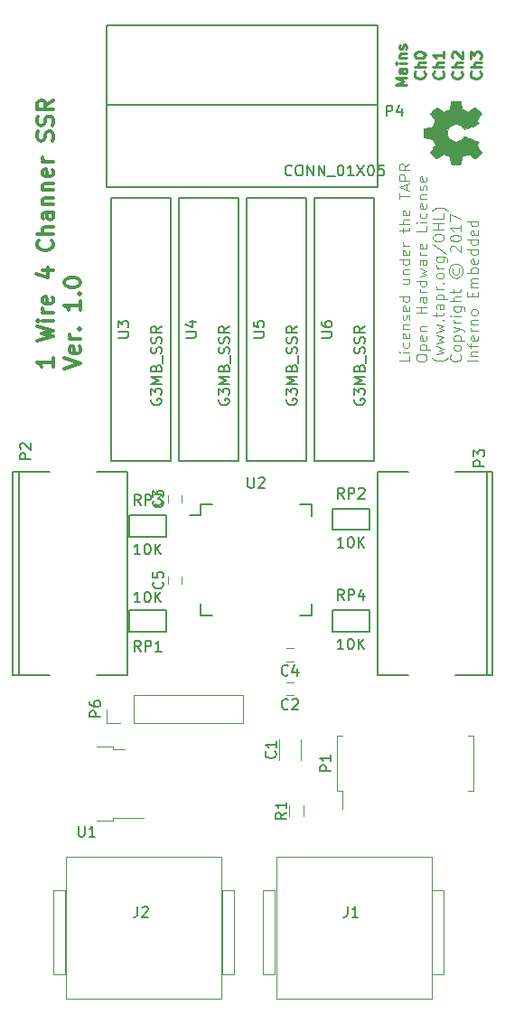
<source format=gto>
G04 #@! TF.FileFunction,Legend,Top*
%FSLAX46Y46*%
G04 Gerber Fmt 4.6, Leading zero omitted, Abs format (unit mm)*
G04 Created by KiCad (PCBNEW 4.0.4-stable) date 06/11/17 19:28:35*
%MOMM*%
%LPD*%
G01*
G04 APERTURE LIST*
%ADD10C,0.100000*%
%ADD11C,0.300000*%
%ADD12C,0.250000*%
%ADD13C,0.120000*%
%ADD14C,0.150000*%
%ADD15C,0.002540*%
G04 APERTURE END LIST*
D10*
X37257381Y60404286D02*
X37257381Y59928095D01*
X36257381Y59928095D01*
X37257381Y60737619D02*
X36590714Y60737619D01*
X36257381Y60737619D02*
X36305000Y60690000D01*
X36352619Y60737619D01*
X36305000Y60785238D01*
X36257381Y60737619D01*
X36352619Y60737619D01*
X37209762Y61642381D02*
X37257381Y61547143D01*
X37257381Y61356666D01*
X37209762Y61261428D01*
X37162143Y61213809D01*
X37066905Y61166190D01*
X36781190Y61166190D01*
X36685952Y61213809D01*
X36638333Y61261428D01*
X36590714Y61356666D01*
X36590714Y61547143D01*
X36638333Y61642381D01*
X37209762Y62451905D02*
X37257381Y62356667D01*
X37257381Y62166190D01*
X37209762Y62070952D01*
X37114524Y62023333D01*
X36733571Y62023333D01*
X36638333Y62070952D01*
X36590714Y62166190D01*
X36590714Y62356667D01*
X36638333Y62451905D01*
X36733571Y62499524D01*
X36828810Y62499524D01*
X36924048Y62023333D01*
X36590714Y62928095D02*
X37257381Y62928095D01*
X36685952Y62928095D02*
X36638333Y62975714D01*
X36590714Y63070952D01*
X36590714Y63213810D01*
X36638333Y63309048D01*
X36733571Y63356667D01*
X37257381Y63356667D01*
X37209762Y63785238D02*
X37257381Y63880476D01*
X37257381Y64070952D01*
X37209762Y64166191D01*
X37114524Y64213810D01*
X37066905Y64213810D01*
X36971667Y64166191D01*
X36924048Y64070952D01*
X36924048Y63928095D01*
X36876429Y63832857D01*
X36781190Y63785238D01*
X36733571Y63785238D01*
X36638333Y63832857D01*
X36590714Y63928095D01*
X36590714Y64070952D01*
X36638333Y64166191D01*
X37209762Y65023334D02*
X37257381Y64928096D01*
X37257381Y64737619D01*
X37209762Y64642381D01*
X37114524Y64594762D01*
X36733571Y64594762D01*
X36638333Y64642381D01*
X36590714Y64737619D01*
X36590714Y64928096D01*
X36638333Y65023334D01*
X36733571Y65070953D01*
X36828810Y65070953D01*
X36924048Y64594762D01*
X37257381Y65928096D02*
X36257381Y65928096D01*
X37209762Y65928096D02*
X37257381Y65832858D01*
X37257381Y65642381D01*
X37209762Y65547143D01*
X37162143Y65499524D01*
X37066905Y65451905D01*
X36781190Y65451905D01*
X36685952Y65499524D01*
X36638333Y65547143D01*
X36590714Y65642381D01*
X36590714Y65832858D01*
X36638333Y65928096D01*
X36590714Y67594763D02*
X37257381Y67594763D01*
X36590714Y67166191D02*
X37114524Y67166191D01*
X37209762Y67213810D01*
X37257381Y67309048D01*
X37257381Y67451906D01*
X37209762Y67547144D01*
X37162143Y67594763D01*
X36590714Y68070953D02*
X37257381Y68070953D01*
X36685952Y68070953D02*
X36638333Y68118572D01*
X36590714Y68213810D01*
X36590714Y68356668D01*
X36638333Y68451906D01*
X36733571Y68499525D01*
X37257381Y68499525D01*
X37257381Y69404287D02*
X36257381Y69404287D01*
X37209762Y69404287D02*
X37257381Y69309049D01*
X37257381Y69118572D01*
X37209762Y69023334D01*
X37162143Y68975715D01*
X37066905Y68928096D01*
X36781190Y68928096D01*
X36685952Y68975715D01*
X36638333Y69023334D01*
X36590714Y69118572D01*
X36590714Y69309049D01*
X36638333Y69404287D01*
X37209762Y70261430D02*
X37257381Y70166192D01*
X37257381Y69975715D01*
X37209762Y69880477D01*
X37114524Y69832858D01*
X36733571Y69832858D01*
X36638333Y69880477D01*
X36590714Y69975715D01*
X36590714Y70166192D01*
X36638333Y70261430D01*
X36733571Y70309049D01*
X36828810Y70309049D01*
X36924048Y69832858D01*
X37257381Y70737620D02*
X36590714Y70737620D01*
X36781190Y70737620D02*
X36685952Y70785239D01*
X36638333Y70832858D01*
X36590714Y70928096D01*
X36590714Y71023335D01*
X36590714Y71975716D02*
X36590714Y72356668D01*
X36257381Y72118573D02*
X37114524Y72118573D01*
X37209762Y72166192D01*
X37257381Y72261430D01*
X37257381Y72356668D01*
X37257381Y72690002D02*
X36257381Y72690002D01*
X37257381Y73118574D02*
X36733571Y73118574D01*
X36638333Y73070955D01*
X36590714Y72975717D01*
X36590714Y72832859D01*
X36638333Y72737621D01*
X36685952Y72690002D01*
X37209762Y73975717D02*
X37257381Y73880479D01*
X37257381Y73690002D01*
X37209762Y73594764D01*
X37114524Y73547145D01*
X36733571Y73547145D01*
X36638333Y73594764D01*
X36590714Y73690002D01*
X36590714Y73880479D01*
X36638333Y73975717D01*
X36733571Y74023336D01*
X36828810Y74023336D01*
X36924048Y73547145D01*
X36257381Y75070955D02*
X36257381Y75642384D01*
X37257381Y75356669D02*
X36257381Y75356669D01*
X36971667Y75928098D02*
X36971667Y76404289D01*
X37257381Y75832860D02*
X36257381Y76166193D01*
X37257381Y76499527D01*
X37257381Y76832860D02*
X36257381Y76832860D01*
X36257381Y77213813D01*
X36305000Y77309051D01*
X36352619Y77356670D01*
X36447857Y77404289D01*
X36590714Y77404289D01*
X36685952Y77356670D01*
X36733571Y77309051D01*
X36781190Y77213813D01*
X36781190Y76832860D01*
X37257381Y78404289D02*
X36781190Y78070955D01*
X37257381Y77832860D02*
X36257381Y77832860D01*
X36257381Y78213813D01*
X36305000Y78309051D01*
X36352619Y78356670D01*
X36447857Y78404289D01*
X36590714Y78404289D01*
X36685952Y78356670D01*
X36733571Y78309051D01*
X36781190Y78213813D01*
X36781190Y77832860D01*
X37857381Y60118571D02*
X37857381Y60309048D01*
X37905000Y60404286D01*
X38000238Y60499524D01*
X38190714Y60547143D01*
X38524048Y60547143D01*
X38714524Y60499524D01*
X38809762Y60404286D01*
X38857381Y60309048D01*
X38857381Y60118571D01*
X38809762Y60023333D01*
X38714524Y59928095D01*
X38524048Y59880476D01*
X38190714Y59880476D01*
X38000238Y59928095D01*
X37905000Y60023333D01*
X37857381Y60118571D01*
X38190714Y60975714D02*
X39190714Y60975714D01*
X38238333Y60975714D02*
X38190714Y61070952D01*
X38190714Y61261429D01*
X38238333Y61356667D01*
X38285952Y61404286D01*
X38381190Y61451905D01*
X38666905Y61451905D01*
X38762143Y61404286D01*
X38809762Y61356667D01*
X38857381Y61261429D01*
X38857381Y61070952D01*
X38809762Y60975714D01*
X38809762Y62261429D02*
X38857381Y62166191D01*
X38857381Y61975714D01*
X38809762Y61880476D01*
X38714524Y61832857D01*
X38333571Y61832857D01*
X38238333Y61880476D01*
X38190714Y61975714D01*
X38190714Y62166191D01*
X38238333Y62261429D01*
X38333571Y62309048D01*
X38428810Y62309048D01*
X38524048Y61832857D01*
X38190714Y62737619D02*
X38857381Y62737619D01*
X38285952Y62737619D02*
X38238333Y62785238D01*
X38190714Y62880476D01*
X38190714Y63023334D01*
X38238333Y63118572D01*
X38333571Y63166191D01*
X38857381Y63166191D01*
X38857381Y64404286D02*
X37857381Y64404286D01*
X38333571Y64404286D02*
X38333571Y64975715D01*
X38857381Y64975715D02*
X37857381Y64975715D01*
X38857381Y65880477D02*
X38333571Y65880477D01*
X38238333Y65832858D01*
X38190714Y65737620D01*
X38190714Y65547143D01*
X38238333Y65451905D01*
X38809762Y65880477D02*
X38857381Y65785239D01*
X38857381Y65547143D01*
X38809762Y65451905D01*
X38714524Y65404286D01*
X38619286Y65404286D01*
X38524048Y65451905D01*
X38476429Y65547143D01*
X38476429Y65785239D01*
X38428810Y65880477D01*
X38857381Y66356667D02*
X38190714Y66356667D01*
X38381190Y66356667D02*
X38285952Y66404286D01*
X38238333Y66451905D01*
X38190714Y66547143D01*
X38190714Y66642382D01*
X38857381Y67404287D02*
X37857381Y67404287D01*
X38809762Y67404287D02*
X38857381Y67309049D01*
X38857381Y67118572D01*
X38809762Y67023334D01*
X38762143Y66975715D01*
X38666905Y66928096D01*
X38381190Y66928096D01*
X38285952Y66975715D01*
X38238333Y67023334D01*
X38190714Y67118572D01*
X38190714Y67309049D01*
X38238333Y67404287D01*
X38190714Y67785239D02*
X38857381Y67975715D01*
X38381190Y68166192D01*
X38857381Y68356668D01*
X38190714Y68547144D01*
X38857381Y69356668D02*
X38333571Y69356668D01*
X38238333Y69309049D01*
X38190714Y69213811D01*
X38190714Y69023334D01*
X38238333Y68928096D01*
X38809762Y69356668D02*
X38857381Y69261430D01*
X38857381Y69023334D01*
X38809762Y68928096D01*
X38714524Y68880477D01*
X38619286Y68880477D01*
X38524048Y68928096D01*
X38476429Y69023334D01*
X38476429Y69261430D01*
X38428810Y69356668D01*
X38857381Y69832858D02*
X38190714Y69832858D01*
X38381190Y69832858D02*
X38285952Y69880477D01*
X38238333Y69928096D01*
X38190714Y70023334D01*
X38190714Y70118573D01*
X38809762Y70832859D02*
X38857381Y70737621D01*
X38857381Y70547144D01*
X38809762Y70451906D01*
X38714524Y70404287D01*
X38333571Y70404287D01*
X38238333Y70451906D01*
X38190714Y70547144D01*
X38190714Y70737621D01*
X38238333Y70832859D01*
X38333571Y70880478D01*
X38428810Y70880478D01*
X38524048Y70404287D01*
X38857381Y72547145D02*
X38857381Y72070954D01*
X37857381Y72070954D01*
X38857381Y72880478D02*
X38190714Y72880478D01*
X37857381Y72880478D02*
X37905000Y72832859D01*
X37952619Y72880478D01*
X37905000Y72928097D01*
X37857381Y72880478D01*
X37952619Y72880478D01*
X38809762Y73785240D02*
X38857381Y73690002D01*
X38857381Y73499525D01*
X38809762Y73404287D01*
X38762143Y73356668D01*
X38666905Y73309049D01*
X38381190Y73309049D01*
X38285952Y73356668D01*
X38238333Y73404287D01*
X38190714Y73499525D01*
X38190714Y73690002D01*
X38238333Y73785240D01*
X38809762Y74594764D02*
X38857381Y74499526D01*
X38857381Y74309049D01*
X38809762Y74213811D01*
X38714524Y74166192D01*
X38333571Y74166192D01*
X38238333Y74213811D01*
X38190714Y74309049D01*
X38190714Y74499526D01*
X38238333Y74594764D01*
X38333571Y74642383D01*
X38428810Y74642383D01*
X38524048Y74166192D01*
X38190714Y75070954D02*
X38857381Y75070954D01*
X38285952Y75070954D02*
X38238333Y75118573D01*
X38190714Y75213811D01*
X38190714Y75356669D01*
X38238333Y75451907D01*
X38333571Y75499526D01*
X38857381Y75499526D01*
X38809762Y75928097D02*
X38857381Y76023335D01*
X38857381Y76213811D01*
X38809762Y76309050D01*
X38714524Y76356669D01*
X38666905Y76356669D01*
X38571667Y76309050D01*
X38524048Y76213811D01*
X38524048Y76070954D01*
X38476429Y75975716D01*
X38381190Y75928097D01*
X38333571Y75928097D01*
X38238333Y75975716D01*
X38190714Y76070954D01*
X38190714Y76213811D01*
X38238333Y76309050D01*
X38809762Y77166193D02*
X38857381Y77070955D01*
X38857381Y76880478D01*
X38809762Y76785240D01*
X38714524Y76737621D01*
X38333571Y76737621D01*
X38238333Y76785240D01*
X38190714Y76880478D01*
X38190714Y77070955D01*
X38238333Y77166193D01*
X38333571Y77213812D01*
X38428810Y77213812D01*
X38524048Y76737621D01*
X40838333Y60213810D02*
X40790714Y60166190D01*
X40647857Y60070952D01*
X40552619Y60023333D01*
X40409762Y59975714D01*
X40171667Y59928095D01*
X39981190Y59928095D01*
X39743095Y59975714D01*
X39600238Y60023333D01*
X39505000Y60070952D01*
X39362143Y60166190D01*
X39314524Y60213810D01*
X39790714Y60499524D02*
X40457381Y60690000D01*
X39981190Y60880477D01*
X40457381Y61070953D01*
X39790714Y61261429D01*
X39790714Y61547143D02*
X40457381Y61737619D01*
X39981190Y61928096D01*
X40457381Y62118572D01*
X39790714Y62309048D01*
X39790714Y62594762D02*
X40457381Y62785238D01*
X39981190Y62975715D01*
X40457381Y63166191D01*
X39790714Y63356667D01*
X40362143Y63737619D02*
X40409762Y63785238D01*
X40457381Y63737619D01*
X40409762Y63690000D01*
X40362143Y63737619D01*
X40457381Y63737619D01*
X39790714Y64070952D02*
X39790714Y64451904D01*
X39457381Y64213809D02*
X40314524Y64213809D01*
X40409762Y64261428D01*
X40457381Y64356666D01*
X40457381Y64451904D01*
X40457381Y65213810D02*
X39933571Y65213810D01*
X39838333Y65166191D01*
X39790714Y65070953D01*
X39790714Y64880476D01*
X39838333Y64785238D01*
X40409762Y65213810D02*
X40457381Y65118572D01*
X40457381Y64880476D01*
X40409762Y64785238D01*
X40314524Y64737619D01*
X40219286Y64737619D01*
X40124048Y64785238D01*
X40076429Y64880476D01*
X40076429Y65118572D01*
X40028810Y65213810D01*
X39790714Y65690000D02*
X40790714Y65690000D01*
X39838333Y65690000D02*
X39790714Y65785238D01*
X39790714Y65975715D01*
X39838333Y66070953D01*
X39885952Y66118572D01*
X39981190Y66166191D01*
X40266905Y66166191D01*
X40362143Y66118572D01*
X40409762Y66070953D01*
X40457381Y65975715D01*
X40457381Y65785238D01*
X40409762Y65690000D01*
X40457381Y66594762D02*
X39790714Y66594762D01*
X39981190Y66594762D02*
X39885952Y66642381D01*
X39838333Y66690000D01*
X39790714Y66785238D01*
X39790714Y66880477D01*
X40362143Y67213810D02*
X40409762Y67261429D01*
X40457381Y67213810D01*
X40409762Y67166191D01*
X40362143Y67213810D01*
X40457381Y67213810D01*
X40457381Y67832857D02*
X40409762Y67737619D01*
X40362143Y67690000D01*
X40266905Y67642381D01*
X39981190Y67642381D01*
X39885952Y67690000D01*
X39838333Y67737619D01*
X39790714Y67832857D01*
X39790714Y67975715D01*
X39838333Y68070953D01*
X39885952Y68118572D01*
X39981190Y68166191D01*
X40266905Y68166191D01*
X40362143Y68118572D01*
X40409762Y68070953D01*
X40457381Y67975715D01*
X40457381Y67832857D01*
X40457381Y68594762D02*
X39790714Y68594762D01*
X39981190Y68594762D02*
X39885952Y68642381D01*
X39838333Y68690000D01*
X39790714Y68785238D01*
X39790714Y68880477D01*
X39790714Y69642382D02*
X40600238Y69642382D01*
X40695476Y69594763D01*
X40743095Y69547144D01*
X40790714Y69451905D01*
X40790714Y69309048D01*
X40743095Y69213810D01*
X40409762Y69642382D02*
X40457381Y69547144D01*
X40457381Y69356667D01*
X40409762Y69261429D01*
X40362143Y69213810D01*
X40266905Y69166191D01*
X39981190Y69166191D01*
X39885952Y69213810D01*
X39838333Y69261429D01*
X39790714Y69356667D01*
X39790714Y69547144D01*
X39838333Y69642382D01*
X39409762Y70832858D02*
X40695476Y69975715D01*
X39457381Y71356667D02*
X39457381Y71547144D01*
X39505000Y71642382D01*
X39600238Y71737620D01*
X39790714Y71785239D01*
X40124048Y71785239D01*
X40314524Y71737620D01*
X40409762Y71642382D01*
X40457381Y71547144D01*
X40457381Y71356667D01*
X40409762Y71261429D01*
X40314524Y71166191D01*
X40124048Y71118572D01*
X39790714Y71118572D01*
X39600238Y71166191D01*
X39505000Y71261429D01*
X39457381Y71356667D01*
X40457381Y72213810D02*
X39457381Y72213810D01*
X39933571Y72213810D02*
X39933571Y72785239D01*
X40457381Y72785239D02*
X39457381Y72785239D01*
X40457381Y73737620D02*
X40457381Y73261429D01*
X39457381Y73261429D01*
X40838333Y73975715D02*
X40790714Y74023334D01*
X40647857Y74118572D01*
X40552619Y74166191D01*
X40409762Y74213810D01*
X40171667Y74261429D01*
X39981190Y74261429D01*
X39743095Y74213810D01*
X39600238Y74166191D01*
X39505000Y74118572D01*
X39362143Y74023334D01*
X39314524Y73975715D01*
X41962143Y60499524D02*
X42009762Y60451905D01*
X42057381Y60309048D01*
X42057381Y60213810D01*
X42009762Y60070952D01*
X41914524Y59975714D01*
X41819286Y59928095D01*
X41628810Y59880476D01*
X41485952Y59880476D01*
X41295476Y59928095D01*
X41200238Y59975714D01*
X41105000Y60070952D01*
X41057381Y60213810D01*
X41057381Y60309048D01*
X41105000Y60451905D01*
X41152619Y60499524D01*
X42057381Y61070952D02*
X42009762Y60975714D01*
X41962143Y60928095D01*
X41866905Y60880476D01*
X41581190Y60880476D01*
X41485952Y60928095D01*
X41438333Y60975714D01*
X41390714Y61070952D01*
X41390714Y61213810D01*
X41438333Y61309048D01*
X41485952Y61356667D01*
X41581190Y61404286D01*
X41866905Y61404286D01*
X41962143Y61356667D01*
X42009762Y61309048D01*
X42057381Y61213810D01*
X42057381Y61070952D01*
X41390714Y61832857D02*
X42390714Y61832857D01*
X41438333Y61832857D02*
X41390714Y61928095D01*
X41390714Y62118572D01*
X41438333Y62213810D01*
X41485952Y62261429D01*
X41581190Y62309048D01*
X41866905Y62309048D01*
X41962143Y62261429D01*
X42009762Y62213810D01*
X42057381Y62118572D01*
X42057381Y61928095D01*
X42009762Y61832857D01*
X41390714Y62642381D02*
X42057381Y62880476D01*
X41390714Y63118572D02*
X42057381Y62880476D01*
X42295476Y62785238D01*
X42343095Y62737619D01*
X42390714Y62642381D01*
X42057381Y63499524D02*
X41390714Y63499524D01*
X41581190Y63499524D02*
X41485952Y63547143D01*
X41438333Y63594762D01*
X41390714Y63690000D01*
X41390714Y63785239D01*
X42057381Y64118572D02*
X41390714Y64118572D01*
X41057381Y64118572D02*
X41105000Y64070953D01*
X41152619Y64118572D01*
X41105000Y64166191D01*
X41057381Y64118572D01*
X41152619Y64118572D01*
X41390714Y65023334D02*
X42200238Y65023334D01*
X42295476Y64975715D01*
X42343095Y64928096D01*
X42390714Y64832857D01*
X42390714Y64690000D01*
X42343095Y64594762D01*
X42009762Y65023334D02*
X42057381Y64928096D01*
X42057381Y64737619D01*
X42009762Y64642381D01*
X41962143Y64594762D01*
X41866905Y64547143D01*
X41581190Y64547143D01*
X41485952Y64594762D01*
X41438333Y64642381D01*
X41390714Y64737619D01*
X41390714Y64928096D01*
X41438333Y65023334D01*
X42057381Y65499524D02*
X41057381Y65499524D01*
X42057381Y65928096D02*
X41533571Y65928096D01*
X41438333Y65880477D01*
X41390714Y65785239D01*
X41390714Y65642381D01*
X41438333Y65547143D01*
X41485952Y65499524D01*
X41390714Y66261429D02*
X41390714Y66642381D01*
X41057381Y66404286D02*
X41914524Y66404286D01*
X42009762Y66451905D01*
X42057381Y66547143D01*
X42057381Y66642381D01*
X41295476Y68547144D02*
X41247857Y68451906D01*
X41247857Y68261430D01*
X41295476Y68166192D01*
X41390714Y68070954D01*
X41485952Y68023335D01*
X41676429Y68023335D01*
X41771667Y68070954D01*
X41866905Y68166192D01*
X41914524Y68261430D01*
X41914524Y68451906D01*
X41866905Y68547144D01*
X40914524Y68356668D02*
X40962143Y68118573D01*
X41105000Y67880477D01*
X41343095Y67737620D01*
X41581190Y67690001D01*
X41819286Y67737620D01*
X42057381Y67880477D01*
X42200238Y68118573D01*
X42247857Y68356668D01*
X42200238Y68594763D01*
X42057381Y68832858D01*
X41819286Y68975715D01*
X41581190Y69023335D01*
X41343095Y68975715D01*
X41105000Y68832858D01*
X40962143Y68594763D01*
X40914524Y68356668D01*
X41152619Y70166192D02*
X41105000Y70213811D01*
X41057381Y70309049D01*
X41057381Y70547145D01*
X41105000Y70642383D01*
X41152619Y70690002D01*
X41247857Y70737621D01*
X41343095Y70737621D01*
X41485952Y70690002D01*
X42057381Y70118573D01*
X42057381Y70737621D01*
X41057381Y71356668D02*
X41057381Y71451907D01*
X41105000Y71547145D01*
X41152619Y71594764D01*
X41247857Y71642383D01*
X41438333Y71690002D01*
X41676429Y71690002D01*
X41866905Y71642383D01*
X41962143Y71594764D01*
X42009762Y71547145D01*
X42057381Y71451907D01*
X42057381Y71356668D01*
X42009762Y71261430D01*
X41962143Y71213811D01*
X41866905Y71166192D01*
X41676429Y71118573D01*
X41438333Y71118573D01*
X41247857Y71166192D01*
X41152619Y71213811D01*
X41105000Y71261430D01*
X41057381Y71356668D01*
X42057381Y72642383D02*
X42057381Y72070954D01*
X42057381Y72356668D02*
X41057381Y72356668D01*
X41200238Y72261430D01*
X41295476Y72166192D01*
X41343095Y72070954D01*
X41057381Y72975716D02*
X41057381Y73642383D01*
X42057381Y73213811D01*
X43657381Y59928095D02*
X42657381Y59928095D01*
X42990714Y60404285D02*
X43657381Y60404285D01*
X43085952Y60404285D02*
X43038333Y60451904D01*
X42990714Y60547142D01*
X42990714Y60690000D01*
X43038333Y60785238D01*
X43133571Y60832857D01*
X43657381Y60832857D01*
X42990714Y61166190D02*
X42990714Y61547142D01*
X43657381Y61309047D02*
X42800238Y61309047D01*
X42705000Y61356666D01*
X42657381Y61451904D01*
X42657381Y61547142D01*
X43609762Y62261429D02*
X43657381Y62166191D01*
X43657381Y61975714D01*
X43609762Y61880476D01*
X43514524Y61832857D01*
X43133571Y61832857D01*
X43038333Y61880476D01*
X42990714Y61975714D01*
X42990714Y62166191D01*
X43038333Y62261429D01*
X43133571Y62309048D01*
X43228810Y62309048D01*
X43324048Y61832857D01*
X43657381Y62737619D02*
X42990714Y62737619D01*
X43181190Y62737619D02*
X43085952Y62785238D01*
X43038333Y62832857D01*
X42990714Y62928095D01*
X42990714Y63023334D01*
X42990714Y63356667D02*
X43657381Y63356667D01*
X43085952Y63356667D02*
X43038333Y63404286D01*
X42990714Y63499524D01*
X42990714Y63642382D01*
X43038333Y63737620D01*
X43133571Y63785239D01*
X43657381Y63785239D01*
X43657381Y64404286D02*
X43609762Y64309048D01*
X43562143Y64261429D01*
X43466905Y64213810D01*
X43181190Y64213810D01*
X43085952Y64261429D01*
X43038333Y64309048D01*
X42990714Y64404286D01*
X42990714Y64547144D01*
X43038333Y64642382D01*
X43085952Y64690001D01*
X43181190Y64737620D01*
X43466905Y64737620D01*
X43562143Y64690001D01*
X43609762Y64642382D01*
X43657381Y64547144D01*
X43657381Y64404286D01*
X43133571Y65928096D02*
X43133571Y66261430D01*
X43657381Y66404287D02*
X43657381Y65928096D01*
X42657381Y65928096D01*
X42657381Y66404287D01*
X43657381Y66832858D02*
X42990714Y66832858D01*
X43085952Y66832858D02*
X43038333Y66880477D01*
X42990714Y66975715D01*
X42990714Y67118573D01*
X43038333Y67213811D01*
X43133571Y67261430D01*
X43657381Y67261430D01*
X43133571Y67261430D02*
X43038333Y67309049D01*
X42990714Y67404287D01*
X42990714Y67547144D01*
X43038333Y67642382D01*
X43133571Y67690001D01*
X43657381Y67690001D01*
X43657381Y68166191D02*
X42657381Y68166191D01*
X43038333Y68166191D02*
X42990714Y68261429D01*
X42990714Y68451906D01*
X43038333Y68547144D01*
X43085952Y68594763D01*
X43181190Y68642382D01*
X43466905Y68642382D01*
X43562143Y68594763D01*
X43609762Y68547144D01*
X43657381Y68451906D01*
X43657381Y68261429D01*
X43609762Y68166191D01*
X43609762Y69451906D02*
X43657381Y69356668D01*
X43657381Y69166191D01*
X43609762Y69070953D01*
X43514524Y69023334D01*
X43133571Y69023334D01*
X43038333Y69070953D01*
X42990714Y69166191D01*
X42990714Y69356668D01*
X43038333Y69451906D01*
X43133571Y69499525D01*
X43228810Y69499525D01*
X43324048Y69023334D01*
X43657381Y70356668D02*
X42657381Y70356668D01*
X43609762Y70356668D02*
X43657381Y70261430D01*
X43657381Y70070953D01*
X43609762Y69975715D01*
X43562143Y69928096D01*
X43466905Y69880477D01*
X43181190Y69880477D01*
X43085952Y69928096D01*
X43038333Y69975715D01*
X42990714Y70070953D01*
X42990714Y70261430D01*
X43038333Y70356668D01*
X43657381Y71261430D02*
X42657381Y71261430D01*
X43609762Y71261430D02*
X43657381Y71166192D01*
X43657381Y70975715D01*
X43609762Y70880477D01*
X43562143Y70832858D01*
X43466905Y70785239D01*
X43181190Y70785239D01*
X43085952Y70832858D01*
X43038333Y70880477D01*
X42990714Y70975715D01*
X42990714Y71166192D01*
X43038333Y71261430D01*
X43609762Y72118573D02*
X43657381Y72023335D01*
X43657381Y71832858D01*
X43609762Y71737620D01*
X43514524Y71690001D01*
X43133571Y71690001D01*
X43038333Y71737620D01*
X42990714Y71832858D01*
X42990714Y72023335D01*
X43038333Y72118573D01*
X43133571Y72166192D01*
X43228810Y72166192D01*
X43324048Y71690001D01*
X43657381Y73023335D02*
X42657381Y73023335D01*
X43609762Y73023335D02*
X43657381Y72928097D01*
X43657381Y72737620D01*
X43609762Y72642382D01*
X43562143Y72594763D01*
X43466905Y72547144D01*
X43181190Y72547144D01*
X43085952Y72594763D01*
X43038333Y72642382D01*
X42990714Y72737620D01*
X42990714Y72928097D01*
X43038333Y73023335D01*
D11*
X3848571Y60197857D02*
X3848571Y59340714D01*
X3848571Y59769286D02*
X2348571Y59769286D01*
X2562857Y59626429D01*
X2705714Y59483571D01*
X2777143Y59340714D01*
X2348571Y61840714D02*
X3848571Y62197857D01*
X2777143Y62483571D01*
X3848571Y62769285D01*
X2348571Y63126428D01*
X3848571Y63697857D02*
X2848571Y63697857D01*
X2348571Y63697857D02*
X2420000Y63626428D01*
X2491429Y63697857D01*
X2420000Y63769285D01*
X2348571Y63697857D01*
X2491429Y63697857D01*
X3848571Y64412143D02*
X2848571Y64412143D01*
X3134286Y64412143D02*
X2991429Y64483571D01*
X2920000Y64555000D01*
X2848571Y64697857D01*
X2848571Y64840714D01*
X3777143Y65912142D02*
X3848571Y65769285D01*
X3848571Y65483571D01*
X3777143Y65340714D01*
X3634286Y65269285D01*
X3062857Y65269285D01*
X2920000Y65340714D01*
X2848571Y65483571D01*
X2848571Y65769285D01*
X2920000Y65912142D01*
X3062857Y65983571D01*
X3205714Y65983571D01*
X3348571Y65269285D01*
X2848571Y68412142D02*
X3848571Y68412142D01*
X2277143Y68054999D02*
X3348571Y67697856D01*
X3348571Y68626428D01*
X3705714Y71197856D02*
X3777143Y71126427D01*
X3848571Y70912141D01*
X3848571Y70769284D01*
X3777143Y70554999D01*
X3634286Y70412141D01*
X3491429Y70340713D01*
X3205714Y70269284D01*
X2991429Y70269284D01*
X2705714Y70340713D01*
X2562857Y70412141D01*
X2420000Y70554999D01*
X2348571Y70769284D01*
X2348571Y70912141D01*
X2420000Y71126427D01*
X2491429Y71197856D01*
X3848571Y71840713D02*
X2348571Y71840713D01*
X3848571Y72483570D02*
X3062857Y72483570D01*
X2920000Y72412141D01*
X2848571Y72269284D01*
X2848571Y72054999D01*
X2920000Y71912141D01*
X2991429Y71840713D01*
X3848571Y73840713D02*
X3062857Y73840713D01*
X2920000Y73769284D01*
X2848571Y73626427D01*
X2848571Y73340713D01*
X2920000Y73197856D01*
X3777143Y73840713D02*
X3848571Y73697856D01*
X3848571Y73340713D01*
X3777143Y73197856D01*
X3634286Y73126427D01*
X3491429Y73126427D01*
X3348571Y73197856D01*
X3277143Y73340713D01*
X3277143Y73697856D01*
X3205714Y73840713D01*
X2848571Y74554999D02*
X3848571Y74554999D01*
X2991429Y74554999D02*
X2920000Y74626427D01*
X2848571Y74769285D01*
X2848571Y74983570D01*
X2920000Y75126427D01*
X3062857Y75197856D01*
X3848571Y75197856D01*
X2848571Y75912142D02*
X3848571Y75912142D01*
X2991429Y75912142D02*
X2920000Y75983570D01*
X2848571Y76126428D01*
X2848571Y76340713D01*
X2920000Y76483570D01*
X3062857Y76554999D01*
X3848571Y76554999D01*
X3777143Y77840713D02*
X3848571Y77697856D01*
X3848571Y77412142D01*
X3777143Y77269285D01*
X3634286Y77197856D01*
X3062857Y77197856D01*
X2920000Y77269285D01*
X2848571Y77412142D01*
X2848571Y77697856D01*
X2920000Y77840713D01*
X3062857Y77912142D01*
X3205714Y77912142D01*
X3348571Y77197856D01*
X3848571Y78554999D02*
X2848571Y78554999D01*
X3134286Y78554999D02*
X2991429Y78626427D01*
X2920000Y78697856D01*
X2848571Y78840713D01*
X2848571Y78983570D01*
X3777143Y80554998D02*
X3848571Y80769284D01*
X3848571Y81126427D01*
X3777143Y81269284D01*
X3705714Y81340713D01*
X3562857Y81412141D01*
X3420000Y81412141D01*
X3277143Y81340713D01*
X3205714Y81269284D01*
X3134286Y81126427D01*
X3062857Y80840713D01*
X2991429Y80697855D01*
X2920000Y80626427D01*
X2777143Y80554998D01*
X2634286Y80554998D01*
X2491429Y80626427D01*
X2420000Y80697855D01*
X2348571Y80840713D01*
X2348571Y81197855D01*
X2420000Y81412141D01*
X3777143Y81983569D02*
X3848571Y82197855D01*
X3848571Y82554998D01*
X3777143Y82697855D01*
X3705714Y82769284D01*
X3562857Y82840712D01*
X3420000Y82840712D01*
X3277143Y82769284D01*
X3205714Y82697855D01*
X3134286Y82554998D01*
X3062857Y82269284D01*
X2991429Y82126426D01*
X2920000Y82054998D01*
X2777143Y81983569D01*
X2634286Y81983569D01*
X2491429Y82054998D01*
X2420000Y82126426D01*
X2348571Y82269284D01*
X2348571Y82626426D01*
X2420000Y82840712D01*
X3848571Y84340712D02*
X3134286Y83840712D01*
X3848571Y83483569D02*
X2348571Y83483569D01*
X2348571Y84054997D01*
X2420000Y84197855D01*
X2491429Y84269283D01*
X2634286Y84340712D01*
X2848571Y84340712D01*
X2991429Y84269283D01*
X3062857Y84197855D01*
X3134286Y84054997D01*
X3134286Y83483569D01*
X4898571Y59197857D02*
X6398571Y59697857D01*
X4898571Y60197857D01*
X6327143Y61269285D02*
X6398571Y61126428D01*
X6398571Y60840714D01*
X6327143Y60697857D01*
X6184286Y60626428D01*
X5612857Y60626428D01*
X5470000Y60697857D01*
X5398571Y60840714D01*
X5398571Y61126428D01*
X5470000Y61269285D01*
X5612857Y61340714D01*
X5755714Y61340714D01*
X5898571Y60626428D01*
X6398571Y61983571D02*
X5398571Y61983571D01*
X5684286Y61983571D02*
X5541429Y62054999D01*
X5470000Y62126428D01*
X5398571Y62269285D01*
X5398571Y62412142D01*
X6255714Y62912142D02*
X6327143Y62983570D01*
X6398571Y62912142D01*
X6327143Y62840713D01*
X6255714Y62912142D01*
X6398571Y62912142D01*
X6398571Y65554999D02*
X6398571Y64697856D01*
X6398571Y65126428D02*
X4898571Y65126428D01*
X5112857Y64983571D01*
X5255714Y64840713D01*
X5327143Y64697856D01*
X6255714Y66197856D02*
X6327143Y66269284D01*
X6398571Y66197856D01*
X6327143Y66126427D01*
X6255714Y66197856D01*
X6398571Y66197856D01*
X4898571Y67197856D02*
X4898571Y67340713D01*
X4970000Y67483570D01*
X5041429Y67554999D01*
X5184286Y67626428D01*
X5470000Y67697856D01*
X5827143Y67697856D01*
X6112857Y67626428D01*
X6255714Y67554999D01*
X6327143Y67483570D01*
X6398571Y67340713D01*
X6398571Y67197856D01*
X6327143Y67054999D01*
X6255714Y66983570D01*
X6112857Y66912142D01*
X5827143Y66840713D01*
X5470000Y66840713D01*
X5184286Y66912142D01*
X5041429Y66983570D01*
X4970000Y67054999D01*
X4898571Y67197856D01*
D12*
X36957381Y85749048D02*
X35957381Y85749048D01*
X36671667Y86082382D01*
X35957381Y86415715D01*
X36957381Y86415715D01*
X36957381Y87320477D02*
X36433571Y87320477D01*
X36338333Y87272858D01*
X36290714Y87177620D01*
X36290714Y86987143D01*
X36338333Y86891905D01*
X36909762Y87320477D02*
X36957381Y87225239D01*
X36957381Y86987143D01*
X36909762Y86891905D01*
X36814524Y86844286D01*
X36719286Y86844286D01*
X36624048Y86891905D01*
X36576429Y86987143D01*
X36576429Y87225239D01*
X36528810Y87320477D01*
X36957381Y87796667D02*
X36290714Y87796667D01*
X35957381Y87796667D02*
X36005000Y87749048D01*
X36052619Y87796667D01*
X36005000Y87844286D01*
X35957381Y87796667D01*
X36052619Y87796667D01*
X36290714Y88272857D02*
X36957381Y88272857D01*
X36385952Y88272857D02*
X36338333Y88320476D01*
X36290714Y88415714D01*
X36290714Y88558572D01*
X36338333Y88653810D01*
X36433571Y88701429D01*
X36957381Y88701429D01*
X36909762Y89130000D02*
X36957381Y89225238D01*
X36957381Y89415714D01*
X36909762Y89510953D01*
X36814524Y89558572D01*
X36766905Y89558572D01*
X36671667Y89510953D01*
X36624048Y89415714D01*
X36624048Y89272857D01*
X36576429Y89177619D01*
X36481190Y89130000D01*
X36433571Y89130000D01*
X36338333Y89177619D01*
X36290714Y89272857D01*
X36290714Y89415714D01*
X36338333Y89510953D01*
X38612143Y87010953D02*
X38659762Y86963334D01*
X38707381Y86820477D01*
X38707381Y86725239D01*
X38659762Y86582381D01*
X38564524Y86487143D01*
X38469286Y86439524D01*
X38278810Y86391905D01*
X38135952Y86391905D01*
X37945476Y86439524D01*
X37850238Y86487143D01*
X37755000Y86582381D01*
X37707381Y86725239D01*
X37707381Y86820477D01*
X37755000Y86963334D01*
X37802619Y87010953D01*
X38707381Y87439524D02*
X37707381Y87439524D01*
X38707381Y87868096D02*
X38183571Y87868096D01*
X38088333Y87820477D01*
X38040714Y87725239D01*
X38040714Y87582381D01*
X38088333Y87487143D01*
X38135952Y87439524D01*
X37707381Y88534762D02*
X37707381Y88630001D01*
X37755000Y88725239D01*
X37802619Y88772858D01*
X37897857Y88820477D01*
X38088333Y88868096D01*
X38326429Y88868096D01*
X38516905Y88820477D01*
X38612143Y88772858D01*
X38659762Y88725239D01*
X38707381Y88630001D01*
X38707381Y88534762D01*
X38659762Y88439524D01*
X38612143Y88391905D01*
X38516905Y88344286D01*
X38326429Y88296667D01*
X38088333Y88296667D01*
X37897857Y88344286D01*
X37802619Y88391905D01*
X37755000Y88439524D01*
X37707381Y88534762D01*
X40362143Y87010953D02*
X40409762Y86963334D01*
X40457381Y86820477D01*
X40457381Y86725239D01*
X40409762Y86582381D01*
X40314524Y86487143D01*
X40219286Y86439524D01*
X40028810Y86391905D01*
X39885952Y86391905D01*
X39695476Y86439524D01*
X39600238Y86487143D01*
X39505000Y86582381D01*
X39457381Y86725239D01*
X39457381Y86820477D01*
X39505000Y86963334D01*
X39552619Y87010953D01*
X40457381Y87439524D02*
X39457381Y87439524D01*
X40457381Y87868096D02*
X39933571Y87868096D01*
X39838333Y87820477D01*
X39790714Y87725239D01*
X39790714Y87582381D01*
X39838333Y87487143D01*
X39885952Y87439524D01*
X40457381Y88868096D02*
X40457381Y88296667D01*
X40457381Y88582381D02*
X39457381Y88582381D01*
X39600238Y88487143D01*
X39695476Y88391905D01*
X39743095Y88296667D01*
X42112143Y87010953D02*
X42159762Y86963334D01*
X42207381Y86820477D01*
X42207381Y86725239D01*
X42159762Y86582381D01*
X42064524Y86487143D01*
X41969286Y86439524D01*
X41778810Y86391905D01*
X41635952Y86391905D01*
X41445476Y86439524D01*
X41350238Y86487143D01*
X41255000Y86582381D01*
X41207381Y86725239D01*
X41207381Y86820477D01*
X41255000Y86963334D01*
X41302619Y87010953D01*
X42207381Y87439524D02*
X41207381Y87439524D01*
X42207381Y87868096D02*
X41683571Y87868096D01*
X41588333Y87820477D01*
X41540714Y87725239D01*
X41540714Y87582381D01*
X41588333Y87487143D01*
X41635952Y87439524D01*
X41302619Y88296667D02*
X41255000Y88344286D01*
X41207381Y88439524D01*
X41207381Y88677620D01*
X41255000Y88772858D01*
X41302619Y88820477D01*
X41397857Y88868096D01*
X41493095Y88868096D01*
X41635952Y88820477D01*
X42207381Y88249048D01*
X42207381Y88868096D01*
X43862143Y87010953D02*
X43909762Y86963334D01*
X43957381Y86820477D01*
X43957381Y86725239D01*
X43909762Y86582381D01*
X43814524Y86487143D01*
X43719286Y86439524D01*
X43528810Y86391905D01*
X43385952Y86391905D01*
X43195476Y86439524D01*
X43100238Y86487143D01*
X43005000Y86582381D01*
X42957381Y86725239D01*
X42957381Y86820477D01*
X43005000Y86963334D01*
X43052619Y87010953D01*
X43957381Y87439524D02*
X42957381Y87439524D01*
X43957381Y87868096D02*
X43433571Y87868096D01*
X43338333Y87820477D01*
X43290714Y87725239D01*
X43290714Y87582381D01*
X43338333Y87487143D01*
X43385952Y87439524D01*
X42957381Y88249048D02*
X42957381Y88868096D01*
X43338333Y88534762D01*
X43338333Y88677620D01*
X43385952Y88772858D01*
X43433571Y88820477D01*
X43528810Y88868096D01*
X43766905Y88868096D01*
X43862143Y88820477D01*
X43909762Y88772858D01*
X43957381Y88677620D01*
X43957381Y88391905D01*
X43909762Y88296667D01*
X43862143Y88249048D01*
D13*
X26385000Y28610000D02*
X25685000Y28610000D01*
X25685000Y29810000D02*
X26385000Y29810000D01*
X14640000Y46640000D02*
X14640000Y47340000D01*
X15840000Y47340000D02*
X15840000Y46640000D01*
X26385000Y31785000D02*
X25685000Y31785000D01*
X25685000Y32985000D02*
X26385000Y32985000D01*
X14640000Y39020000D02*
X14640000Y39720000D01*
X15840000Y39720000D02*
X15840000Y39020000D01*
D10*
X39295071Y136521D02*
X24730625Y136521D01*
X24730625Y136521D02*
X24730625Y13428448D01*
X24730625Y13428448D02*
X39295071Y13428448D01*
X39295071Y13428448D02*
X39295071Y136521D01*
X40466916Y2429475D02*
X39358186Y2429475D01*
X39358186Y2429475D02*
X39358186Y10291380D01*
X39358186Y10291380D02*
X40466916Y10291380D01*
X40466916Y10291380D02*
X40466916Y2429475D01*
X24642312Y2429698D02*
X23533582Y2429698D01*
X23533582Y2429698D02*
X23533582Y10291603D01*
X23533582Y10291603D02*
X24642312Y10291603D01*
X24642312Y10291603D02*
X24642312Y2429698D01*
X19610071Y136521D02*
X5045625Y136521D01*
X5045625Y136521D02*
X5045625Y13428448D01*
X5045625Y13428448D02*
X19610071Y13428448D01*
X19610071Y13428448D02*
X19610071Y136521D01*
X20781916Y2429475D02*
X19673186Y2429475D01*
X19673186Y2429475D02*
X19673186Y10291380D01*
X19673186Y10291380D02*
X20781916Y10291380D01*
X20781916Y10291380D02*
X20781916Y2429475D01*
X4957312Y2429698D02*
X3848582Y2429698D01*
X3848582Y2429698D02*
X3848582Y10291603D01*
X3848582Y10291603D02*
X4957312Y10291603D01*
X4957312Y10291603D02*
X4957312Y2429698D01*
D14*
X614680Y49524920D02*
X215900Y49524920D01*
X215900Y49524920D02*
X66040Y49524920D01*
X66040Y49524920D02*
X66040Y30485080D01*
X66040Y30485080D02*
X614680Y30485080D01*
X7914640Y30485080D02*
X10815320Y30485080D01*
X10815320Y30485080D02*
X10815320Y40005000D01*
X3515360Y49524920D02*
X614680Y49524920D01*
X614680Y49524920D02*
X614680Y30485080D01*
X614680Y30485080D02*
X3515360Y30485080D01*
X10815320Y40005000D02*
X10815320Y49524920D01*
X10815320Y49524920D02*
X7914640Y49524920D01*
X44470320Y30485080D02*
X44869100Y30485080D01*
X44869100Y30485080D02*
X45018960Y30485080D01*
X45018960Y30485080D02*
X45018960Y49524920D01*
X45018960Y49524920D02*
X44470320Y49524920D01*
X37170360Y49524920D02*
X34269680Y49524920D01*
X34269680Y49524920D02*
X34269680Y40005000D01*
X41569640Y30485080D02*
X44470320Y30485080D01*
X44470320Y30485080D02*
X44470320Y49524920D01*
X44470320Y49524920D02*
X41569640Y49524920D01*
X34269680Y40005000D02*
X34269680Y30485080D01*
X34269680Y30485080D02*
X37170360Y30485080D01*
X8890000Y83900000D02*
X8890000Y91400000D01*
X8890000Y91400000D02*
X34290000Y91400000D01*
X34290000Y91400000D02*
X34290000Y83900000D01*
X8890000Y76200000D02*
X34290000Y76200000D01*
X34290000Y76200000D02*
X34290000Y83900000D01*
X34290000Y83900000D02*
X8890000Y83900000D01*
X8890000Y83900000D02*
X8890000Y76200000D01*
D13*
X11430000Y25975000D02*
X21650000Y25975000D01*
X21650000Y25975000D02*
X21650000Y28635000D01*
X21650000Y28635000D02*
X11430000Y28635000D01*
X11430000Y28635000D02*
X11430000Y25975000D01*
X10160000Y25975000D02*
X8830000Y25975000D01*
X8830000Y25975000D02*
X8830000Y27305000D01*
X27350000Y18280000D02*
X27350000Y17280000D01*
X25990000Y17280000D02*
X25990000Y18280000D01*
D14*
X14400000Y36560000D02*
X14400000Y34560000D01*
X14400000Y34560000D02*
X11000000Y34560000D01*
X11000000Y34560000D02*
X11000000Y36560000D01*
X11000000Y36560000D02*
X14400000Y36560000D01*
X30050000Y44085000D02*
X30050000Y46085000D01*
X30050000Y46085000D02*
X33450000Y46085000D01*
X33450000Y46085000D02*
X33450000Y44085000D01*
X33450000Y44085000D02*
X30050000Y44085000D01*
X11000000Y43450000D02*
X11000000Y45450000D01*
X11000000Y45450000D02*
X14400000Y45450000D01*
X14400000Y45450000D02*
X14400000Y43450000D01*
X14400000Y43450000D02*
X11000000Y43450000D01*
X30050000Y34560000D02*
X30050000Y36560000D01*
X30050000Y36560000D02*
X33450000Y36560000D01*
X33450000Y36560000D02*
X33450000Y34560000D01*
X33450000Y34560000D02*
X30050000Y34560000D01*
X17685000Y46450000D02*
X17685000Y45450000D01*
X28035000Y46450000D02*
X28035000Y45375000D01*
X28035000Y36100000D02*
X28035000Y37175000D01*
X17685000Y36100000D02*
X17685000Y37175000D01*
X17685000Y46450000D02*
X18760000Y46450000D01*
X17685000Y36100000D02*
X18760000Y36100000D01*
X28035000Y36100000D02*
X26960000Y36100000D01*
X28035000Y46450000D02*
X26960000Y46450000D01*
X17685000Y45450000D02*
X16660000Y45450000D01*
X9265000Y50565000D02*
X9265000Y75165000D01*
X9265000Y75165000D02*
X14865000Y75165000D01*
X14865000Y75165000D02*
X14865000Y50565000D01*
X14865000Y50565000D02*
X9265000Y50565000D01*
X15615000Y50565000D02*
X15615000Y75165000D01*
X15615000Y75165000D02*
X21215000Y75165000D01*
X21215000Y75165000D02*
X21215000Y50565000D01*
X21215000Y50565000D02*
X15615000Y50565000D01*
X21965000Y50565000D02*
X21965000Y75165000D01*
X21965000Y75165000D02*
X27565000Y75165000D01*
X27565000Y75165000D02*
X27565000Y50565000D01*
X27565000Y50565000D02*
X21965000Y50565000D01*
X28315000Y50565000D02*
X28315000Y75165000D01*
X28315000Y75165000D02*
X33915000Y75165000D01*
X33915000Y75165000D02*
X33915000Y50565000D01*
X33915000Y50565000D02*
X28315000Y50565000D01*
D13*
X7955000Y16870000D02*
X9455000Y16870000D01*
X9455000Y16870000D02*
X9455000Y17140000D01*
X9455000Y17140000D02*
X12285000Y17140000D01*
X7955000Y23770000D02*
X9455000Y23770000D01*
X9455000Y23770000D02*
X9455000Y23500000D01*
X9455000Y23500000D02*
X10555000Y23500000D01*
X25015000Y24495000D02*
X25015000Y22495000D01*
X27055000Y22495000D02*
X27055000Y24495000D01*
X30950000Y19625000D02*
X30420000Y19625000D01*
X30420000Y19625000D02*
X30420000Y24825000D01*
X30420000Y24825000D02*
X30950000Y24825000D01*
X42710000Y19625000D02*
X43240000Y19625000D01*
X43240000Y19625000D02*
X43240000Y24825000D01*
X43240000Y24825000D02*
X42710000Y24825000D01*
X30950000Y17955000D02*
X30950000Y19625000D01*
D15*
G36*
X43969940Y79461360D02*
X43952160Y79494380D01*
X43908980Y79562960D01*
X43842940Y79664560D01*
X43764200Y79781400D01*
X43682920Y79900780D01*
X43616880Y79999840D01*
X43573700Y80068420D01*
X43558460Y80096360D01*
X43563540Y80111600D01*
X43591480Y80167480D01*
X43634660Y80248760D01*
X43657520Y80297020D01*
X43690540Y80373220D01*
X43698160Y80408780D01*
X43688000Y80416400D01*
X43629580Y80444340D01*
X43530520Y80487520D01*
X43400980Y80543400D01*
X43248580Y80609440D01*
X43083480Y80678020D01*
X42915840Y80746600D01*
X42758360Y80812640D01*
X42613580Y80873600D01*
X42496740Y80919320D01*
X42415460Y80949800D01*
X42379900Y80962500D01*
X42372280Y80957420D01*
X42336720Y80921860D01*
X42288460Y80855820D01*
X42171620Y80713580D01*
X41996360Y80573880D01*
X41798240Y80487520D01*
X41577260Y80459580D01*
X41374060Y80482440D01*
X41178480Y80563720D01*
X41000680Y80700880D01*
X40868600Y80868520D01*
X40787320Y81061560D01*
X40759380Y81280000D01*
X40782240Y81488280D01*
X40860980Y81688940D01*
X40995600Y81866740D01*
X41081960Y81940400D01*
X41262300Y82044540D01*
X41452800Y82102960D01*
X41501060Y82108040D01*
X41711880Y82100420D01*
X41915080Y82036920D01*
X42095420Y81927700D01*
X42242740Y81772760D01*
X42257980Y81752440D01*
X42311320Y81681320D01*
X42346880Y81633060D01*
X42377360Y81594960D01*
X43025060Y81864200D01*
X43126660Y81907380D01*
X43301920Y81981040D01*
X43454320Y82044540D01*
X43576240Y82097880D01*
X43657520Y82133440D01*
X43690540Y82148680D01*
X43690540Y82151220D01*
X43695620Y82174080D01*
X43677840Y82222340D01*
X43634660Y82313780D01*
X43604180Y82372200D01*
X43571160Y82440780D01*
X43558460Y82471260D01*
X43571160Y82499200D01*
X43614340Y82565240D01*
X43680380Y82659220D01*
X43756580Y82776060D01*
X43832780Y82885280D01*
X43898820Y82986880D01*
X43947080Y83060540D01*
X43964860Y83096100D01*
X43964860Y83101180D01*
X43947080Y83134200D01*
X43898820Y83192620D01*
X43815000Y83278980D01*
X43693080Y83403440D01*
X43675300Y83423760D01*
X43571160Y83525360D01*
X43482260Y83609180D01*
X43421300Y83665060D01*
X43393360Y83685380D01*
X43393360Y83685380D01*
X43357800Y83665060D01*
X43284140Y83619340D01*
X43182540Y83553300D01*
X43060620Y83472020D01*
X42750740Y83256120D01*
X42458640Y83375500D01*
X42367200Y83411060D01*
X42257980Y83456780D01*
X42181780Y83489800D01*
X42146220Y83507580D01*
X42136060Y83540600D01*
X42115740Y83619340D01*
X42092880Y83736180D01*
X42067480Y83875880D01*
X42042080Y84007960D01*
X42019220Y84127340D01*
X42003980Y84213700D01*
X41996360Y84251800D01*
X41988740Y84261960D01*
X41970960Y84269580D01*
X41930320Y84274660D01*
X41856660Y84277200D01*
X41742360Y84279740D01*
X41577260Y84279740D01*
X41559480Y84279740D01*
X41402000Y84277200D01*
X41277540Y84274660D01*
X41196260Y84269580D01*
X41163240Y84264500D01*
X41163240Y84264500D01*
X41153080Y84226400D01*
X41135300Y84142580D01*
X41112440Y84023200D01*
X41084500Y83880960D01*
X41084500Y83870800D01*
X41056560Y83728560D01*
X41031160Y83611720D01*
X41013380Y83527900D01*
X41000680Y83492340D01*
X40990520Y83484720D01*
X40934640Y83456780D01*
X40848280Y83416140D01*
X40741600Y83367880D01*
X40629840Y83322160D01*
X40528240Y83281520D01*
X40454580Y83256120D01*
X40419020Y83248500D01*
X40419020Y83248500D01*
X40386000Y83268820D01*
X40312340Y83317080D01*
X40210740Y83388200D01*
X40088820Y83469480D01*
X40078660Y83477100D01*
X39959280Y83558380D01*
X39857680Y83624420D01*
X39786560Y83667600D01*
X39753540Y83685380D01*
X39751000Y83685380D01*
X39715440Y83657440D01*
X39646860Y83596480D01*
X39555420Y83507580D01*
X39451280Y83403440D01*
X39418260Y83370420D01*
X39303960Y83253580D01*
X39230300Y83172300D01*
X39189660Y83121500D01*
X39179500Y83098640D01*
X39182040Y83096100D01*
X39202360Y83060540D01*
X39253160Y82984340D01*
X39321740Y82882740D01*
X39405560Y82760820D01*
X39410640Y82753200D01*
X39491920Y82631280D01*
X39560500Y82532220D01*
X39606220Y82461100D01*
X39624000Y82430620D01*
X39624000Y82425540D01*
X39611300Y82377280D01*
X39580820Y82290920D01*
X39540180Y82186780D01*
X39497000Y82075020D01*
X39453820Y81973420D01*
X39418260Y81899760D01*
X39397940Y81864200D01*
X39397940Y81861660D01*
X39354760Y81848960D01*
X39263320Y81828640D01*
X39141400Y81803240D01*
X38994080Y81775300D01*
X38971220Y81770220D01*
X38826440Y81744820D01*
X38709600Y81721960D01*
X38628320Y81704180D01*
X38592760Y81696560D01*
X38590220Y81676240D01*
X38585140Y81605120D01*
X38580060Y81498440D01*
X38580060Y81368900D01*
X38580060Y81234280D01*
X38582600Y81102200D01*
X38587680Y80990440D01*
X38592760Y80909160D01*
X38600380Y80873600D01*
X38602920Y80873600D01*
X38646100Y80860900D01*
X38735000Y80840580D01*
X38859460Y80815180D01*
X39006780Y80787240D01*
X39034720Y80782160D01*
X39176960Y80756760D01*
X39293800Y80731360D01*
X39372540Y80713580D01*
X39405560Y80705960D01*
X39410640Y80693260D01*
X39438580Y80634840D01*
X39476680Y80538320D01*
X39524940Y80418940D01*
X39636700Y80144620D01*
X39405560Y79809340D01*
X39385240Y79778860D01*
X39301420Y79656940D01*
X39235380Y79557880D01*
X39192200Y79486760D01*
X39174420Y79458820D01*
X39176960Y79456280D01*
X39204900Y79423260D01*
X39268400Y79357220D01*
X39357300Y79265780D01*
X39461440Y79159100D01*
X39540180Y79080360D01*
X39634160Y78988920D01*
X39697660Y78930500D01*
X39738300Y78897480D01*
X39763700Y78884780D01*
X39781480Y78889860D01*
X39814500Y78910180D01*
X39888160Y78960980D01*
X39992300Y79029560D01*
X40109140Y79110840D01*
X40210740Y79179420D01*
X40322500Y79253080D01*
X40403780Y79298800D01*
X40441880Y79316580D01*
X40459660Y79311500D01*
X40525700Y79288640D01*
X40624760Y79248000D01*
X40744140Y79197200D01*
X41010840Y79080360D01*
X41043860Y78905100D01*
X41064180Y78800960D01*
X41092120Y78651100D01*
X41120060Y78508860D01*
X41163240Y78287880D01*
X41973500Y78280260D01*
X41988740Y78315820D01*
X41998900Y78348840D01*
X42016680Y78430120D01*
X42039540Y78546960D01*
X42064940Y78684120D01*
X42087800Y78803500D01*
X42110660Y78920340D01*
X42125900Y79006700D01*
X42133520Y79044800D01*
X42146220Y79052420D01*
X42204640Y79082900D01*
X42296080Y79126080D01*
X42405300Y79171800D01*
X42519600Y79220060D01*
X42623740Y79260700D01*
X42705020Y79291180D01*
X42745660Y79301340D01*
X42776140Y79286100D01*
X42847260Y79240380D01*
X42946320Y79174340D01*
X43063160Y79095600D01*
X43182540Y79014320D01*
X43281600Y78945740D01*
X43355260Y78897480D01*
X43388280Y78879700D01*
X43411140Y78889860D01*
X43467020Y78935580D01*
X43558460Y79024480D01*
X43690540Y79156560D01*
X43710860Y79179420D01*
X43812460Y79283560D01*
X43893740Y79372460D01*
X43949620Y79433420D01*
X43969940Y79461360D01*
X43969940Y79461360D01*
G37*
X43969940Y79461360D02*
X43952160Y79494380D01*
X43908980Y79562960D01*
X43842940Y79664560D01*
X43764200Y79781400D01*
X43682920Y79900780D01*
X43616880Y79999840D01*
X43573700Y80068420D01*
X43558460Y80096360D01*
X43563540Y80111600D01*
X43591480Y80167480D01*
X43634660Y80248760D01*
X43657520Y80297020D01*
X43690540Y80373220D01*
X43698160Y80408780D01*
X43688000Y80416400D01*
X43629580Y80444340D01*
X43530520Y80487520D01*
X43400980Y80543400D01*
X43248580Y80609440D01*
X43083480Y80678020D01*
X42915840Y80746600D01*
X42758360Y80812640D01*
X42613580Y80873600D01*
X42496740Y80919320D01*
X42415460Y80949800D01*
X42379900Y80962500D01*
X42372280Y80957420D01*
X42336720Y80921860D01*
X42288460Y80855820D01*
X42171620Y80713580D01*
X41996360Y80573880D01*
X41798240Y80487520D01*
X41577260Y80459580D01*
X41374060Y80482440D01*
X41178480Y80563720D01*
X41000680Y80700880D01*
X40868600Y80868520D01*
X40787320Y81061560D01*
X40759380Y81280000D01*
X40782240Y81488280D01*
X40860980Y81688940D01*
X40995600Y81866740D01*
X41081960Y81940400D01*
X41262300Y82044540D01*
X41452800Y82102960D01*
X41501060Y82108040D01*
X41711880Y82100420D01*
X41915080Y82036920D01*
X42095420Y81927700D01*
X42242740Y81772760D01*
X42257980Y81752440D01*
X42311320Y81681320D01*
X42346880Y81633060D01*
X42377360Y81594960D01*
X43025060Y81864200D01*
X43126660Y81907380D01*
X43301920Y81981040D01*
X43454320Y82044540D01*
X43576240Y82097880D01*
X43657520Y82133440D01*
X43690540Y82148680D01*
X43690540Y82151220D01*
X43695620Y82174080D01*
X43677840Y82222340D01*
X43634660Y82313780D01*
X43604180Y82372200D01*
X43571160Y82440780D01*
X43558460Y82471260D01*
X43571160Y82499200D01*
X43614340Y82565240D01*
X43680380Y82659220D01*
X43756580Y82776060D01*
X43832780Y82885280D01*
X43898820Y82986880D01*
X43947080Y83060540D01*
X43964860Y83096100D01*
X43964860Y83101180D01*
X43947080Y83134200D01*
X43898820Y83192620D01*
X43815000Y83278980D01*
X43693080Y83403440D01*
X43675300Y83423760D01*
X43571160Y83525360D01*
X43482260Y83609180D01*
X43421300Y83665060D01*
X43393360Y83685380D01*
X43393360Y83685380D01*
X43357800Y83665060D01*
X43284140Y83619340D01*
X43182540Y83553300D01*
X43060620Y83472020D01*
X42750740Y83256120D01*
X42458640Y83375500D01*
X42367200Y83411060D01*
X42257980Y83456780D01*
X42181780Y83489800D01*
X42146220Y83507580D01*
X42136060Y83540600D01*
X42115740Y83619340D01*
X42092880Y83736180D01*
X42067480Y83875880D01*
X42042080Y84007960D01*
X42019220Y84127340D01*
X42003980Y84213700D01*
X41996360Y84251800D01*
X41988740Y84261960D01*
X41970960Y84269580D01*
X41930320Y84274660D01*
X41856660Y84277200D01*
X41742360Y84279740D01*
X41577260Y84279740D01*
X41559480Y84279740D01*
X41402000Y84277200D01*
X41277540Y84274660D01*
X41196260Y84269580D01*
X41163240Y84264500D01*
X41163240Y84264500D01*
X41153080Y84226400D01*
X41135300Y84142580D01*
X41112440Y84023200D01*
X41084500Y83880960D01*
X41084500Y83870800D01*
X41056560Y83728560D01*
X41031160Y83611720D01*
X41013380Y83527900D01*
X41000680Y83492340D01*
X40990520Y83484720D01*
X40934640Y83456780D01*
X40848280Y83416140D01*
X40741600Y83367880D01*
X40629840Y83322160D01*
X40528240Y83281520D01*
X40454580Y83256120D01*
X40419020Y83248500D01*
X40419020Y83248500D01*
X40386000Y83268820D01*
X40312340Y83317080D01*
X40210740Y83388200D01*
X40088820Y83469480D01*
X40078660Y83477100D01*
X39959280Y83558380D01*
X39857680Y83624420D01*
X39786560Y83667600D01*
X39753540Y83685380D01*
X39751000Y83685380D01*
X39715440Y83657440D01*
X39646860Y83596480D01*
X39555420Y83507580D01*
X39451280Y83403440D01*
X39418260Y83370420D01*
X39303960Y83253580D01*
X39230300Y83172300D01*
X39189660Y83121500D01*
X39179500Y83098640D01*
X39182040Y83096100D01*
X39202360Y83060540D01*
X39253160Y82984340D01*
X39321740Y82882740D01*
X39405560Y82760820D01*
X39410640Y82753200D01*
X39491920Y82631280D01*
X39560500Y82532220D01*
X39606220Y82461100D01*
X39624000Y82430620D01*
X39624000Y82425540D01*
X39611300Y82377280D01*
X39580820Y82290920D01*
X39540180Y82186780D01*
X39497000Y82075020D01*
X39453820Y81973420D01*
X39418260Y81899760D01*
X39397940Y81864200D01*
X39397940Y81861660D01*
X39354760Y81848960D01*
X39263320Y81828640D01*
X39141400Y81803240D01*
X38994080Y81775300D01*
X38971220Y81770220D01*
X38826440Y81744820D01*
X38709600Y81721960D01*
X38628320Y81704180D01*
X38592760Y81696560D01*
X38590220Y81676240D01*
X38585140Y81605120D01*
X38580060Y81498440D01*
X38580060Y81368900D01*
X38580060Y81234280D01*
X38582600Y81102200D01*
X38587680Y80990440D01*
X38592760Y80909160D01*
X38600380Y80873600D01*
X38602920Y80873600D01*
X38646100Y80860900D01*
X38735000Y80840580D01*
X38859460Y80815180D01*
X39006780Y80787240D01*
X39034720Y80782160D01*
X39176960Y80756760D01*
X39293800Y80731360D01*
X39372540Y80713580D01*
X39405560Y80705960D01*
X39410640Y80693260D01*
X39438580Y80634840D01*
X39476680Y80538320D01*
X39524940Y80418940D01*
X39636700Y80144620D01*
X39405560Y79809340D01*
X39385240Y79778860D01*
X39301420Y79656940D01*
X39235380Y79557880D01*
X39192200Y79486760D01*
X39174420Y79458820D01*
X39176960Y79456280D01*
X39204900Y79423260D01*
X39268400Y79357220D01*
X39357300Y79265780D01*
X39461440Y79159100D01*
X39540180Y79080360D01*
X39634160Y78988920D01*
X39697660Y78930500D01*
X39738300Y78897480D01*
X39763700Y78884780D01*
X39781480Y78889860D01*
X39814500Y78910180D01*
X39888160Y78960980D01*
X39992300Y79029560D01*
X40109140Y79110840D01*
X40210740Y79179420D01*
X40322500Y79253080D01*
X40403780Y79298800D01*
X40441880Y79316580D01*
X40459660Y79311500D01*
X40525700Y79288640D01*
X40624760Y79248000D01*
X40744140Y79197200D01*
X41010840Y79080360D01*
X41043860Y78905100D01*
X41064180Y78800960D01*
X41092120Y78651100D01*
X41120060Y78508860D01*
X41163240Y78287880D01*
X41973500Y78280260D01*
X41988740Y78315820D01*
X41998900Y78348840D01*
X42016680Y78430120D01*
X42039540Y78546960D01*
X42064940Y78684120D01*
X42087800Y78803500D01*
X42110660Y78920340D01*
X42125900Y79006700D01*
X42133520Y79044800D01*
X42146220Y79052420D01*
X42204640Y79082900D01*
X42296080Y79126080D01*
X42405300Y79171800D01*
X42519600Y79220060D01*
X42623740Y79260700D01*
X42705020Y79291180D01*
X42745660Y79301340D01*
X42776140Y79286100D01*
X42847260Y79240380D01*
X42946320Y79174340D01*
X43063160Y79095600D01*
X43182540Y79014320D01*
X43281600Y78945740D01*
X43355260Y78897480D01*
X43388280Y78879700D01*
X43411140Y78889860D01*
X43467020Y78935580D01*
X43558460Y79024480D01*
X43690540Y79156560D01*
X43710860Y79179420D01*
X43812460Y79283560D01*
X43893740Y79372460D01*
X43949620Y79433420D01*
X43969940Y79461360D01*
D14*
X25868334Y27352857D02*
X25820715Y27305238D01*
X25677858Y27257619D01*
X25582620Y27257619D01*
X25439762Y27305238D01*
X25344524Y27400476D01*
X25296905Y27495714D01*
X25249286Y27686190D01*
X25249286Y27829048D01*
X25296905Y28019524D01*
X25344524Y28114762D01*
X25439762Y28210000D01*
X25582620Y28257619D01*
X25677858Y28257619D01*
X25820715Y28210000D01*
X25868334Y28162381D01*
X26249286Y28162381D02*
X26296905Y28210000D01*
X26392143Y28257619D01*
X26630239Y28257619D01*
X26725477Y28210000D01*
X26773096Y28162381D01*
X26820715Y28067143D01*
X26820715Y27971905D01*
X26773096Y27829048D01*
X26201667Y27257619D01*
X26820715Y27257619D01*
X14097143Y46823334D02*
X14144762Y46775715D01*
X14192381Y46632858D01*
X14192381Y46537620D01*
X14144762Y46394762D01*
X14049524Y46299524D01*
X13954286Y46251905D01*
X13763810Y46204286D01*
X13620952Y46204286D01*
X13430476Y46251905D01*
X13335238Y46299524D01*
X13240000Y46394762D01*
X13192381Y46537620D01*
X13192381Y46632858D01*
X13240000Y46775715D01*
X13287619Y46823334D01*
X13192381Y47156667D02*
X13192381Y47775715D01*
X13573333Y47442381D01*
X13573333Y47585239D01*
X13620952Y47680477D01*
X13668571Y47728096D01*
X13763810Y47775715D01*
X14001905Y47775715D01*
X14097143Y47728096D01*
X14144762Y47680477D01*
X14192381Y47585239D01*
X14192381Y47299524D01*
X14144762Y47204286D01*
X14097143Y47156667D01*
X25868334Y30527857D02*
X25820715Y30480238D01*
X25677858Y30432619D01*
X25582620Y30432619D01*
X25439762Y30480238D01*
X25344524Y30575476D01*
X25296905Y30670714D01*
X25249286Y30861190D01*
X25249286Y31004048D01*
X25296905Y31194524D01*
X25344524Y31289762D01*
X25439762Y31385000D01*
X25582620Y31432619D01*
X25677858Y31432619D01*
X25820715Y31385000D01*
X25868334Y31337381D01*
X26725477Y31099286D02*
X26725477Y30432619D01*
X26487381Y31480238D02*
X26249286Y30765952D01*
X26868334Y30765952D01*
X14097143Y39203334D02*
X14144762Y39155715D01*
X14192381Y39012858D01*
X14192381Y38917620D01*
X14144762Y38774762D01*
X14049524Y38679524D01*
X13954286Y38631905D01*
X13763810Y38584286D01*
X13620952Y38584286D01*
X13430476Y38631905D01*
X13335238Y38679524D01*
X13240000Y38774762D01*
X13192381Y38917620D01*
X13192381Y39012858D01*
X13240000Y39155715D01*
X13287619Y39203334D01*
X13192381Y40108096D02*
X13192381Y39631905D01*
X13668571Y39584286D01*
X13620952Y39631905D01*
X13573333Y39727143D01*
X13573333Y39965239D01*
X13620952Y40060477D01*
X13668571Y40108096D01*
X13763810Y40155715D01*
X14001905Y40155715D01*
X14097143Y40108096D01*
X14144762Y40060477D01*
X14192381Y39965239D01*
X14192381Y39727143D01*
X14144762Y39631905D01*
X14097143Y39584286D01*
X31426667Y8802619D02*
X31426667Y8088333D01*
X31379047Y7945476D01*
X31283809Y7850238D01*
X31140952Y7802619D01*
X31045714Y7802619D01*
X32426667Y7802619D02*
X31855238Y7802619D01*
X32140952Y7802619D02*
X32140952Y8802619D01*
X32045714Y8659762D01*
X31950476Y8564524D01*
X31855238Y8516905D01*
X11741667Y8802619D02*
X11741667Y8088333D01*
X11694047Y7945476D01*
X11598809Y7850238D01*
X11455952Y7802619D01*
X11360714Y7802619D01*
X12170238Y8707381D02*
X12217857Y8755000D01*
X12313095Y8802619D01*
X12551191Y8802619D01*
X12646429Y8755000D01*
X12694048Y8707381D01*
X12741667Y8612143D01*
X12741667Y8516905D01*
X12694048Y8374048D01*
X12122619Y7802619D01*
X12741667Y7802619D01*
X1722381Y50696905D02*
X722381Y50696905D01*
X722381Y51077858D01*
X770000Y51173096D01*
X817619Y51220715D01*
X912857Y51268334D01*
X1055714Y51268334D01*
X1150952Y51220715D01*
X1198571Y51173096D01*
X1246190Y51077858D01*
X1246190Y50696905D01*
X817619Y51649286D02*
X770000Y51696905D01*
X722381Y51792143D01*
X722381Y52030239D01*
X770000Y52125477D01*
X817619Y52173096D01*
X912857Y52220715D01*
X1008095Y52220715D01*
X1150952Y52173096D01*
X1722381Y51601667D01*
X1722381Y52220715D01*
X44267381Y50061905D02*
X43267381Y50061905D01*
X43267381Y50442858D01*
X43315000Y50538096D01*
X43362619Y50585715D01*
X43457857Y50633334D01*
X43600714Y50633334D01*
X43695952Y50585715D01*
X43743571Y50538096D01*
X43791190Y50442858D01*
X43791190Y50061905D01*
X43267381Y50966667D02*
X43267381Y51585715D01*
X43648333Y51252381D01*
X43648333Y51395239D01*
X43695952Y51490477D01*
X43743571Y51538096D01*
X43838810Y51585715D01*
X44076905Y51585715D01*
X44172143Y51538096D01*
X44219762Y51490477D01*
X44267381Y51395239D01*
X44267381Y51109524D01*
X44219762Y51014286D01*
X44172143Y50966667D01*
X35075905Y82859619D02*
X35075905Y83859619D01*
X35456858Y83859619D01*
X35552096Y83812000D01*
X35599715Y83764381D01*
X35647334Y83669143D01*
X35647334Y83526286D01*
X35599715Y83431048D01*
X35552096Y83383429D01*
X35456858Y83335810D01*
X35075905Y83335810D01*
X36504477Y83526286D02*
X36504477Y82859619D01*
X36266381Y83907238D02*
X36028286Y83192952D01*
X36647334Y83192952D01*
X26202191Y77366857D02*
X26154572Y77319238D01*
X26011715Y77271619D01*
X25916477Y77271619D01*
X25773619Y77319238D01*
X25678381Y77414476D01*
X25630762Y77509714D01*
X25583143Y77700190D01*
X25583143Y77843048D01*
X25630762Y78033524D01*
X25678381Y78128762D01*
X25773619Y78224000D01*
X25916477Y78271619D01*
X26011715Y78271619D01*
X26154572Y78224000D01*
X26202191Y78176381D01*
X26821238Y78271619D02*
X27011715Y78271619D01*
X27106953Y78224000D01*
X27202191Y78128762D01*
X27249810Y77938286D01*
X27249810Y77604952D01*
X27202191Y77414476D01*
X27106953Y77319238D01*
X27011715Y77271619D01*
X26821238Y77271619D01*
X26726000Y77319238D01*
X26630762Y77414476D01*
X26583143Y77604952D01*
X26583143Y77938286D01*
X26630762Y78128762D01*
X26726000Y78224000D01*
X26821238Y78271619D01*
X27678381Y77271619D02*
X27678381Y78271619D01*
X28249810Y77271619D01*
X28249810Y78271619D01*
X28726000Y77271619D02*
X28726000Y78271619D01*
X29297429Y77271619D01*
X29297429Y78271619D01*
X29535524Y77176381D02*
X30297429Y77176381D01*
X30726000Y78271619D02*
X30821239Y78271619D01*
X30916477Y78224000D01*
X30964096Y78176381D01*
X31011715Y78081143D01*
X31059334Y77890667D01*
X31059334Y77652571D01*
X31011715Y77462095D01*
X30964096Y77366857D01*
X30916477Y77319238D01*
X30821239Y77271619D01*
X30726000Y77271619D01*
X30630762Y77319238D01*
X30583143Y77366857D01*
X30535524Y77462095D01*
X30487905Y77652571D01*
X30487905Y77890667D01*
X30535524Y78081143D01*
X30583143Y78176381D01*
X30630762Y78224000D01*
X30726000Y78271619D01*
X32011715Y77271619D02*
X31440286Y77271619D01*
X31726000Y77271619D02*
X31726000Y78271619D01*
X31630762Y78128762D01*
X31535524Y78033524D01*
X31440286Y77985905D01*
X32345048Y78271619D02*
X33011715Y77271619D01*
X33011715Y78271619D02*
X32345048Y77271619D01*
X33583143Y78271619D02*
X33678382Y78271619D01*
X33773620Y78224000D01*
X33821239Y78176381D01*
X33868858Y78081143D01*
X33916477Y77890667D01*
X33916477Y77652571D01*
X33868858Y77462095D01*
X33821239Y77366857D01*
X33773620Y77319238D01*
X33678382Y77271619D01*
X33583143Y77271619D01*
X33487905Y77319238D01*
X33440286Y77366857D01*
X33392667Y77462095D01*
X33345048Y77652571D01*
X33345048Y77890667D01*
X33392667Y78081143D01*
X33440286Y78176381D01*
X33487905Y78224000D01*
X33583143Y78271619D01*
X34821239Y78271619D02*
X34345048Y78271619D01*
X34297429Y77795429D01*
X34345048Y77843048D01*
X34440286Y77890667D01*
X34678382Y77890667D01*
X34773620Y77843048D01*
X34821239Y77795429D01*
X34868858Y77700190D01*
X34868858Y77462095D01*
X34821239Y77366857D01*
X34773620Y77319238D01*
X34678382Y77271619D01*
X34440286Y77271619D01*
X34345048Y77319238D01*
X34297429Y77366857D01*
X8282381Y26566905D02*
X7282381Y26566905D01*
X7282381Y26947858D01*
X7330000Y27043096D01*
X7377619Y27090715D01*
X7472857Y27138334D01*
X7615714Y27138334D01*
X7710952Y27090715D01*
X7758571Y27043096D01*
X7806190Y26947858D01*
X7806190Y26566905D01*
X7282381Y27995477D02*
X7282381Y27805000D01*
X7330000Y27709762D01*
X7377619Y27662143D01*
X7520476Y27566905D01*
X7710952Y27519286D01*
X8091905Y27519286D01*
X8187143Y27566905D01*
X8234762Y27614524D01*
X8282381Y27709762D01*
X8282381Y27900239D01*
X8234762Y27995477D01*
X8187143Y28043096D01*
X8091905Y28090715D01*
X7853810Y28090715D01*
X7758571Y28043096D01*
X7710952Y27995477D01*
X7663333Y27900239D01*
X7663333Y27709762D01*
X7710952Y27614524D01*
X7758571Y27566905D01*
X7853810Y27519286D01*
X25672381Y17613334D02*
X25196190Y17280000D01*
X25672381Y17041905D02*
X24672381Y17041905D01*
X24672381Y17422858D01*
X24720000Y17518096D01*
X24767619Y17565715D01*
X24862857Y17613334D01*
X25005714Y17613334D01*
X25100952Y17565715D01*
X25148571Y17518096D01*
X25196190Y17422858D01*
X25196190Y17041905D01*
X25672381Y18565715D02*
X25672381Y17994286D01*
X25672381Y18280000D02*
X24672381Y18280000D01*
X24815238Y18184762D01*
X24910476Y18089524D01*
X24958095Y17994286D01*
X12033334Y32707619D02*
X11700000Y33183810D01*
X11461905Y32707619D02*
X11461905Y33707619D01*
X11842858Y33707619D01*
X11938096Y33660000D01*
X11985715Y33612381D01*
X12033334Y33517143D01*
X12033334Y33374286D01*
X11985715Y33279048D01*
X11938096Y33231429D01*
X11842858Y33183810D01*
X11461905Y33183810D01*
X12461905Y32707619D02*
X12461905Y33707619D01*
X12842858Y33707619D01*
X12938096Y33660000D01*
X12985715Y33612381D01*
X13033334Y33517143D01*
X13033334Y33374286D01*
X12985715Y33279048D01*
X12938096Y33231429D01*
X12842858Y33183810D01*
X12461905Y33183810D01*
X13985715Y32707619D02*
X13414286Y32707619D01*
X13700000Y32707619D02*
X13700000Y33707619D01*
X13604762Y33564762D01*
X13509524Y33469524D01*
X13414286Y33421905D01*
X12009524Y37307619D02*
X11438095Y37307619D01*
X11723809Y37307619D02*
X11723809Y38307619D01*
X11628571Y38164762D01*
X11533333Y38069524D01*
X11438095Y38021905D01*
X12628571Y38307619D02*
X12723810Y38307619D01*
X12819048Y38260000D01*
X12866667Y38212381D01*
X12914286Y38117143D01*
X12961905Y37926667D01*
X12961905Y37688571D01*
X12914286Y37498095D01*
X12866667Y37402857D01*
X12819048Y37355238D01*
X12723810Y37307619D01*
X12628571Y37307619D01*
X12533333Y37355238D01*
X12485714Y37402857D01*
X12438095Y37498095D01*
X12390476Y37688571D01*
X12390476Y37926667D01*
X12438095Y38117143D01*
X12485714Y38212381D01*
X12533333Y38260000D01*
X12628571Y38307619D01*
X13390476Y37307619D02*
X13390476Y38307619D01*
X13961905Y37307619D02*
X13533333Y37879048D01*
X13961905Y38307619D02*
X13390476Y37736190D01*
X31083334Y47032619D02*
X30750000Y47508810D01*
X30511905Y47032619D02*
X30511905Y48032619D01*
X30892858Y48032619D01*
X30988096Y47985000D01*
X31035715Y47937381D01*
X31083334Y47842143D01*
X31083334Y47699286D01*
X31035715Y47604048D01*
X30988096Y47556429D01*
X30892858Y47508810D01*
X30511905Y47508810D01*
X31511905Y47032619D02*
X31511905Y48032619D01*
X31892858Y48032619D01*
X31988096Y47985000D01*
X32035715Y47937381D01*
X32083334Y47842143D01*
X32083334Y47699286D01*
X32035715Y47604048D01*
X31988096Y47556429D01*
X31892858Y47508810D01*
X31511905Y47508810D01*
X32464286Y47937381D02*
X32511905Y47985000D01*
X32607143Y48032619D01*
X32845239Y48032619D01*
X32940477Y47985000D01*
X32988096Y47937381D01*
X33035715Y47842143D01*
X33035715Y47746905D01*
X32988096Y47604048D01*
X32416667Y47032619D01*
X33035715Y47032619D01*
X31059524Y42432619D02*
X30488095Y42432619D01*
X30773809Y42432619D02*
X30773809Y43432619D01*
X30678571Y43289762D01*
X30583333Y43194524D01*
X30488095Y43146905D01*
X31678571Y43432619D02*
X31773810Y43432619D01*
X31869048Y43385000D01*
X31916667Y43337381D01*
X31964286Y43242143D01*
X32011905Y43051667D01*
X32011905Y42813571D01*
X31964286Y42623095D01*
X31916667Y42527857D01*
X31869048Y42480238D01*
X31773810Y42432619D01*
X31678571Y42432619D01*
X31583333Y42480238D01*
X31535714Y42527857D01*
X31488095Y42623095D01*
X31440476Y42813571D01*
X31440476Y43051667D01*
X31488095Y43242143D01*
X31535714Y43337381D01*
X31583333Y43385000D01*
X31678571Y43432619D01*
X32440476Y42432619D02*
X32440476Y43432619D01*
X33011905Y42432619D02*
X32583333Y43004048D01*
X33011905Y43432619D02*
X32440476Y42861190D01*
X12033334Y46397619D02*
X11700000Y46873810D01*
X11461905Y46397619D02*
X11461905Y47397619D01*
X11842858Y47397619D01*
X11938096Y47350000D01*
X11985715Y47302381D01*
X12033334Y47207143D01*
X12033334Y47064286D01*
X11985715Y46969048D01*
X11938096Y46921429D01*
X11842858Y46873810D01*
X11461905Y46873810D01*
X12461905Y46397619D02*
X12461905Y47397619D01*
X12842858Y47397619D01*
X12938096Y47350000D01*
X12985715Y47302381D01*
X13033334Y47207143D01*
X13033334Y47064286D01*
X12985715Y46969048D01*
X12938096Y46921429D01*
X12842858Y46873810D01*
X12461905Y46873810D01*
X13366667Y47397619D02*
X13985715Y47397619D01*
X13652381Y47016667D01*
X13795239Y47016667D01*
X13890477Y46969048D01*
X13938096Y46921429D01*
X13985715Y46826190D01*
X13985715Y46588095D01*
X13938096Y46492857D01*
X13890477Y46445238D01*
X13795239Y46397619D01*
X13509524Y46397619D01*
X13414286Y46445238D01*
X13366667Y46492857D01*
X12009524Y41797619D02*
X11438095Y41797619D01*
X11723809Y41797619D02*
X11723809Y42797619D01*
X11628571Y42654762D01*
X11533333Y42559524D01*
X11438095Y42511905D01*
X12628571Y42797619D02*
X12723810Y42797619D01*
X12819048Y42750000D01*
X12866667Y42702381D01*
X12914286Y42607143D01*
X12961905Y42416667D01*
X12961905Y42178571D01*
X12914286Y41988095D01*
X12866667Y41892857D01*
X12819048Y41845238D01*
X12723810Y41797619D01*
X12628571Y41797619D01*
X12533333Y41845238D01*
X12485714Y41892857D01*
X12438095Y41988095D01*
X12390476Y42178571D01*
X12390476Y42416667D01*
X12438095Y42607143D01*
X12485714Y42702381D01*
X12533333Y42750000D01*
X12628571Y42797619D01*
X13390476Y41797619D02*
X13390476Y42797619D01*
X13961905Y41797619D02*
X13533333Y42369048D01*
X13961905Y42797619D02*
X13390476Y42226190D01*
X31083334Y37507619D02*
X30750000Y37983810D01*
X30511905Y37507619D02*
X30511905Y38507619D01*
X30892858Y38507619D01*
X30988096Y38460000D01*
X31035715Y38412381D01*
X31083334Y38317143D01*
X31083334Y38174286D01*
X31035715Y38079048D01*
X30988096Y38031429D01*
X30892858Y37983810D01*
X30511905Y37983810D01*
X31511905Y37507619D02*
X31511905Y38507619D01*
X31892858Y38507619D01*
X31988096Y38460000D01*
X32035715Y38412381D01*
X32083334Y38317143D01*
X32083334Y38174286D01*
X32035715Y38079048D01*
X31988096Y38031429D01*
X31892858Y37983810D01*
X31511905Y37983810D01*
X32940477Y38174286D02*
X32940477Y37507619D01*
X32702381Y38555238D02*
X32464286Y37840952D01*
X33083334Y37840952D01*
X31059524Y32907619D02*
X30488095Y32907619D01*
X30773809Y32907619D02*
X30773809Y33907619D01*
X30678571Y33764762D01*
X30583333Y33669524D01*
X30488095Y33621905D01*
X31678571Y33907619D02*
X31773810Y33907619D01*
X31869048Y33860000D01*
X31916667Y33812381D01*
X31964286Y33717143D01*
X32011905Y33526667D01*
X32011905Y33288571D01*
X31964286Y33098095D01*
X31916667Y33002857D01*
X31869048Y32955238D01*
X31773810Y32907619D01*
X31678571Y32907619D01*
X31583333Y32955238D01*
X31535714Y33002857D01*
X31488095Y33098095D01*
X31440476Y33288571D01*
X31440476Y33526667D01*
X31488095Y33717143D01*
X31535714Y33812381D01*
X31583333Y33860000D01*
X31678571Y33907619D01*
X32440476Y32907619D02*
X32440476Y33907619D01*
X33011905Y32907619D02*
X32583333Y33479048D01*
X33011905Y33907619D02*
X32440476Y33336190D01*
X22098095Y49022619D02*
X22098095Y48213095D01*
X22145714Y48117857D01*
X22193333Y48070238D01*
X22288571Y48022619D01*
X22479048Y48022619D01*
X22574286Y48070238D01*
X22621905Y48117857D01*
X22669524Y48213095D01*
X22669524Y49022619D01*
X23098095Y48927381D02*
X23145714Y48975000D01*
X23240952Y49022619D01*
X23479048Y49022619D01*
X23574286Y48975000D01*
X23621905Y48927381D01*
X23669524Y48832143D01*
X23669524Y48736905D01*
X23621905Y48594048D01*
X23050476Y48022619D01*
X23669524Y48022619D01*
X9917381Y62103095D02*
X10726905Y62103095D01*
X10822143Y62150714D01*
X10869762Y62198333D01*
X10917381Y62293571D01*
X10917381Y62484048D01*
X10869762Y62579286D01*
X10822143Y62626905D01*
X10726905Y62674524D01*
X9917381Y62674524D01*
X9917381Y63055476D02*
X9917381Y63674524D01*
X10298333Y63341190D01*
X10298333Y63484048D01*
X10345952Y63579286D01*
X10393571Y63626905D01*
X10488810Y63674524D01*
X10726905Y63674524D01*
X10822143Y63626905D01*
X10869762Y63579286D01*
X10917381Y63484048D01*
X10917381Y63198333D01*
X10869762Y63103095D01*
X10822143Y63055476D01*
X13065000Y56345953D02*
X13017381Y56250715D01*
X13017381Y56107858D01*
X13065000Y55965000D01*
X13160238Y55869762D01*
X13255476Y55822143D01*
X13445952Y55774524D01*
X13588810Y55774524D01*
X13779286Y55822143D01*
X13874524Y55869762D01*
X13969762Y55965000D01*
X14017381Y56107858D01*
X14017381Y56203096D01*
X13969762Y56345953D01*
X13922143Y56393572D01*
X13588810Y56393572D01*
X13588810Y56203096D01*
X13017381Y56726905D02*
X13017381Y57345953D01*
X13398333Y57012619D01*
X13398333Y57155477D01*
X13445952Y57250715D01*
X13493571Y57298334D01*
X13588810Y57345953D01*
X13826905Y57345953D01*
X13922143Y57298334D01*
X13969762Y57250715D01*
X14017381Y57155477D01*
X14017381Y56869762D01*
X13969762Y56774524D01*
X13922143Y56726905D01*
X14017381Y57774524D02*
X13017381Y57774524D01*
X13731667Y58107858D01*
X13017381Y58441191D01*
X14017381Y58441191D01*
X13493571Y59250715D02*
X13541190Y59393572D01*
X13588810Y59441191D01*
X13684048Y59488810D01*
X13826905Y59488810D01*
X13922143Y59441191D01*
X13969762Y59393572D01*
X14017381Y59298334D01*
X14017381Y58917381D01*
X13017381Y58917381D01*
X13017381Y59250715D01*
X13065000Y59345953D01*
X13112619Y59393572D01*
X13207857Y59441191D01*
X13303095Y59441191D01*
X13398333Y59393572D01*
X13445952Y59345953D01*
X13493571Y59250715D01*
X13493571Y58917381D01*
X14112619Y59679286D02*
X14112619Y60441191D01*
X13969762Y60631667D02*
X14017381Y60774524D01*
X14017381Y61012620D01*
X13969762Y61107858D01*
X13922143Y61155477D01*
X13826905Y61203096D01*
X13731667Y61203096D01*
X13636429Y61155477D01*
X13588810Y61107858D01*
X13541190Y61012620D01*
X13493571Y60822143D01*
X13445952Y60726905D01*
X13398333Y60679286D01*
X13303095Y60631667D01*
X13207857Y60631667D01*
X13112619Y60679286D01*
X13065000Y60726905D01*
X13017381Y60822143D01*
X13017381Y61060239D01*
X13065000Y61203096D01*
X13969762Y61584048D02*
X14017381Y61726905D01*
X14017381Y61965001D01*
X13969762Y62060239D01*
X13922143Y62107858D01*
X13826905Y62155477D01*
X13731667Y62155477D01*
X13636429Y62107858D01*
X13588810Y62060239D01*
X13541190Y61965001D01*
X13493571Y61774524D01*
X13445952Y61679286D01*
X13398333Y61631667D01*
X13303095Y61584048D01*
X13207857Y61584048D01*
X13112619Y61631667D01*
X13065000Y61679286D01*
X13017381Y61774524D01*
X13017381Y62012620D01*
X13065000Y62155477D01*
X14017381Y63155477D02*
X13541190Y62822143D01*
X14017381Y62584048D02*
X13017381Y62584048D01*
X13017381Y62965001D01*
X13065000Y63060239D01*
X13112619Y63107858D01*
X13207857Y63155477D01*
X13350714Y63155477D01*
X13445952Y63107858D01*
X13493571Y63060239D01*
X13541190Y62965001D01*
X13541190Y62584048D01*
X16267381Y62103095D02*
X17076905Y62103095D01*
X17172143Y62150714D01*
X17219762Y62198333D01*
X17267381Y62293571D01*
X17267381Y62484048D01*
X17219762Y62579286D01*
X17172143Y62626905D01*
X17076905Y62674524D01*
X16267381Y62674524D01*
X16600714Y63579286D02*
X17267381Y63579286D01*
X16219762Y63341190D02*
X16934048Y63103095D01*
X16934048Y63722143D01*
X19415000Y56345953D02*
X19367381Y56250715D01*
X19367381Y56107858D01*
X19415000Y55965000D01*
X19510238Y55869762D01*
X19605476Y55822143D01*
X19795952Y55774524D01*
X19938810Y55774524D01*
X20129286Y55822143D01*
X20224524Y55869762D01*
X20319762Y55965000D01*
X20367381Y56107858D01*
X20367381Y56203096D01*
X20319762Y56345953D01*
X20272143Y56393572D01*
X19938810Y56393572D01*
X19938810Y56203096D01*
X19367381Y56726905D02*
X19367381Y57345953D01*
X19748333Y57012619D01*
X19748333Y57155477D01*
X19795952Y57250715D01*
X19843571Y57298334D01*
X19938810Y57345953D01*
X20176905Y57345953D01*
X20272143Y57298334D01*
X20319762Y57250715D01*
X20367381Y57155477D01*
X20367381Y56869762D01*
X20319762Y56774524D01*
X20272143Y56726905D01*
X20367381Y57774524D02*
X19367381Y57774524D01*
X20081667Y58107858D01*
X19367381Y58441191D01*
X20367381Y58441191D01*
X19843571Y59250715D02*
X19891190Y59393572D01*
X19938810Y59441191D01*
X20034048Y59488810D01*
X20176905Y59488810D01*
X20272143Y59441191D01*
X20319762Y59393572D01*
X20367381Y59298334D01*
X20367381Y58917381D01*
X19367381Y58917381D01*
X19367381Y59250715D01*
X19415000Y59345953D01*
X19462619Y59393572D01*
X19557857Y59441191D01*
X19653095Y59441191D01*
X19748333Y59393572D01*
X19795952Y59345953D01*
X19843571Y59250715D01*
X19843571Y58917381D01*
X20462619Y59679286D02*
X20462619Y60441191D01*
X20319762Y60631667D02*
X20367381Y60774524D01*
X20367381Y61012620D01*
X20319762Y61107858D01*
X20272143Y61155477D01*
X20176905Y61203096D01*
X20081667Y61203096D01*
X19986429Y61155477D01*
X19938810Y61107858D01*
X19891190Y61012620D01*
X19843571Y60822143D01*
X19795952Y60726905D01*
X19748333Y60679286D01*
X19653095Y60631667D01*
X19557857Y60631667D01*
X19462619Y60679286D01*
X19415000Y60726905D01*
X19367381Y60822143D01*
X19367381Y61060239D01*
X19415000Y61203096D01*
X20319762Y61584048D02*
X20367381Y61726905D01*
X20367381Y61965001D01*
X20319762Y62060239D01*
X20272143Y62107858D01*
X20176905Y62155477D01*
X20081667Y62155477D01*
X19986429Y62107858D01*
X19938810Y62060239D01*
X19891190Y61965001D01*
X19843571Y61774524D01*
X19795952Y61679286D01*
X19748333Y61631667D01*
X19653095Y61584048D01*
X19557857Y61584048D01*
X19462619Y61631667D01*
X19415000Y61679286D01*
X19367381Y61774524D01*
X19367381Y62012620D01*
X19415000Y62155477D01*
X20367381Y63155477D02*
X19891190Y62822143D01*
X20367381Y62584048D02*
X19367381Y62584048D01*
X19367381Y62965001D01*
X19415000Y63060239D01*
X19462619Y63107858D01*
X19557857Y63155477D01*
X19700714Y63155477D01*
X19795952Y63107858D01*
X19843571Y63060239D01*
X19891190Y62965001D01*
X19891190Y62584048D01*
X22617381Y62103095D02*
X23426905Y62103095D01*
X23522143Y62150714D01*
X23569762Y62198333D01*
X23617381Y62293571D01*
X23617381Y62484048D01*
X23569762Y62579286D01*
X23522143Y62626905D01*
X23426905Y62674524D01*
X22617381Y62674524D01*
X22617381Y63626905D02*
X22617381Y63150714D01*
X23093571Y63103095D01*
X23045952Y63150714D01*
X22998333Y63245952D01*
X22998333Y63484048D01*
X23045952Y63579286D01*
X23093571Y63626905D01*
X23188810Y63674524D01*
X23426905Y63674524D01*
X23522143Y63626905D01*
X23569762Y63579286D01*
X23617381Y63484048D01*
X23617381Y63245952D01*
X23569762Y63150714D01*
X23522143Y63103095D01*
X25765000Y56345953D02*
X25717381Y56250715D01*
X25717381Y56107858D01*
X25765000Y55965000D01*
X25860238Y55869762D01*
X25955476Y55822143D01*
X26145952Y55774524D01*
X26288810Y55774524D01*
X26479286Y55822143D01*
X26574524Y55869762D01*
X26669762Y55965000D01*
X26717381Y56107858D01*
X26717381Y56203096D01*
X26669762Y56345953D01*
X26622143Y56393572D01*
X26288810Y56393572D01*
X26288810Y56203096D01*
X25717381Y56726905D02*
X25717381Y57345953D01*
X26098333Y57012619D01*
X26098333Y57155477D01*
X26145952Y57250715D01*
X26193571Y57298334D01*
X26288810Y57345953D01*
X26526905Y57345953D01*
X26622143Y57298334D01*
X26669762Y57250715D01*
X26717381Y57155477D01*
X26717381Y56869762D01*
X26669762Y56774524D01*
X26622143Y56726905D01*
X26717381Y57774524D02*
X25717381Y57774524D01*
X26431667Y58107858D01*
X25717381Y58441191D01*
X26717381Y58441191D01*
X26193571Y59250715D02*
X26241190Y59393572D01*
X26288810Y59441191D01*
X26384048Y59488810D01*
X26526905Y59488810D01*
X26622143Y59441191D01*
X26669762Y59393572D01*
X26717381Y59298334D01*
X26717381Y58917381D01*
X25717381Y58917381D01*
X25717381Y59250715D01*
X25765000Y59345953D01*
X25812619Y59393572D01*
X25907857Y59441191D01*
X26003095Y59441191D01*
X26098333Y59393572D01*
X26145952Y59345953D01*
X26193571Y59250715D01*
X26193571Y58917381D01*
X26812619Y59679286D02*
X26812619Y60441191D01*
X26669762Y60631667D02*
X26717381Y60774524D01*
X26717381Y61012620D01*
X26669762Y61107858D01*
X26622143Y61155477D01*
X26526905Y61203096D01*
X26431667Y61203096D01*
X26336429Y61155477D01*
X26288810Y61107858D01*
X26241190Y61012620D01*
X26193571Y60822143D01*
X26145952Y60726905D01*
X26098333Y60679286D01*
X26003095Y60631667D01*
X25907857Y60631667D01*
X25812619Y60679286D01*
X25765000Y60726905D01*
X25717381Y60822143D01*
X25717381Y61060239D01*
X25765000Y61203096D01*
X26669762Y61584048D02*
X26717381Y61726905D01*
X26717381Y61965001D01*
X26669762Y62060239D01*
X26622143Y62107858D01*
X26526905Y62155477D01*
X26431667Y62155477D01*
X26336429Y62107858D01*
X26288810Y62060239D01*
X26241190Y61965001D01*
X26193571Y61774524D01*
X26145952Y61679286D01*
X26098333Y61631667D01*
X26003095Y61584048D01*
X25907857Y61584048D01*
X25812619Y61631667D01*
X25765000Y61679286D01*
X25717381Y61774524D01*
X25717381Y62012620D01*
X25765000Y62155477D01*
X26717381Y63155477D02*
X26241190Y62822143D01*
X26717381Y62584048D02*
X25717381Y62584048D01*
X25717381Y62965001D01*
X25765000Y63060239D01*
X25812619Y63107858D01*
X25907857Y63155477D01*
X26050714Y63155477D01*
X26145952Y63107858D01*
X26193571Y63060239D01*
X26241190Y62965001D01*
X26241190Y62584048D01*
X28967381Y62103095D02*
X29776905Y62103095D01*
X29872143Y62150714D01*
X29919762Y62198333D01*
X29967381Y62293571D01*
X29967381Y62484048D01*
X29919762Y62579286D01*
X29872143Y62626905D01*
X29776905Y62674524D01*
X28967381Y62674524D01*
X28967381Y63579286D02*
X28967381Y63388809D01*
X29015000Y63293571D01*
X29062619Y63245952D01*
X29205476Y63150714D01*
X29395952Y63103095D01*
X29776905Y63103095D01*
X29872143Y63150714D01*
X29919762Y63198333D01*
X29967381Y63293571D01*
X29967381Y63484048D01*
X29919762Y63579286D01*
X29872143Y63626905D01*
X29776905Y63674524D01*
X29538810Y63674524D01*
X29443571Y63626905D01*
X29395952Y63579286D01*
X29348333Y63484048D01*
X29348333Y63293571D01*
X29395952Y63198333D01*
X29443571Y63150714D01*
X29538810Y63103095D01*
X32115000Y56345953D02*
X32067381Y56250715D01*
X32067381Y56107858D01*
X32115000Y55965000D01*
X32210238Y55869762D01*
X32305476Y55822143D01*
X32495952Y55774524D01*
X32638810Y55774524D01*
X32829286Y55822143D01*
X32924524Y55869762D01*
X33019762Y55965000D01*
X33067381Y56107858D01*
X33067381Y56203096D01*
X33019762Y56345953D01*
X32972143Y56393572D01*
X32638810Y56393572D01*
X32638810Y56203096D01*
X32067381Y56726905D02*
X32067381Y57345953D01*
X32448333Y57012619D01*
X32448333Y57155477D01*
X32495952Y57250715D01*
X32543571Y57298334D01*
X32638810Y57345953D01*
X32876905Y57345953D01*
X32972143Y57298334D01*
X33019762Y57250715D01*
X33067381Y57155477D01*
X33067381Y56869762D01*
X33019762Y56774524D01*
X32972143Y56726905D01*
X33067381Y57774524D02*
X32067381Y57774524D01*
X32781667Y58107858D01*
X32067381Y58441191D01*
X33067381Y58441191D01*
X32543571Y59250715D02*
X32591190Y59393572D01*
X32638810Y59441191D01*
X32734048Y59488810D01*
X32876905Y59488810D01*
X32972143Y59441191D01*
X33019762Y59393572D01*
X33067381Y59298334D01*
X33067381Y58917381D01*
X32067381Y58917381D01*
X32067381Y59250715D01*
X32115000Y59345953D01*
X32162619Y59393572D01*
X32257857Y59441191D01*
X32353095Y59441191D01*
X32448333Y59393572D01*
X32495952Y59345953D01*
X32543571Y59250715D01*
X32543571Y58917381D01*
X33162619Y59679286D02*
X33162619Y60441191D01*
X33019762Y60631667D02*
X33067381Y60774524D01*
X33067381Y61012620D01*
X33019762Y61107858D01*
X32972143Y61155477D01*
X32876905Y61203096D01*
X32781667Y61203096D01*
X32686429Y61155477D01*
X32638810Y61107858D01*
X32591190Y61012620D01*
X32543571Y60822143D01*
X32495952Y60726905D01*
X32448333Y60679286D01*
X32353095Y60631667D01*
X32257857Y60631667D01*
X32162619Y60679286D01*
X32115000Y60726905D01*
X32067381Y60822143D01*
X32067381Y61060239D01*
X32115000Y61203096D01*
X33019762Y61584048D02*
X33067381Y61726905D01*
X33067381Y61965001D01*
X33019762Y62060239D01*
X32972143Y62107858D01*
X32876905Y62155477D01*
X32781667Y62155477D01*
X32686429Y62107858D01*
X32638810Y62060239D01*
X32591190Y61965001D01*
X32543571Y61774524D01*
X32495952Y61679286D01*
X32448333Y61631667D01*
X32353095Y61584048D01*
X32257857Y61584048D01*
X32162619Y61631667D01*
X32115000Y61679286D01*
X32067381Y61774524D01*
X32067381Y62012620D01*
X32115000Y62155477D01*
X33067381Y63155477D02*
X32591190Y62822143D01*
X33067381Y62584048D02*
X32067381Y62584048D01*
X32067381Y62965001D01*
X32115000Y63060239D01*
X32162619Y63107858D01*
X32257857Y63155477D01*
X32400714Y63155477D01*
X32495952Y63107858D01*
X32543571Y63060239D01*
X32591190Y62965001D01*
X32591190Y62584048D01*
X6223095Y16367619D02*
X6223095Y15558095D01*
X6270714Y15462857D01*
X6318333Y15415238D01*
X6413571Y15367619D01*
X6604048Y15367619D01*
X6699286Y15415238D01*
X6746905Y15462857D01*
X6794524Y15558095D01*
X6794524Y16367619D01*
X7794524Y15367619D02*
X7223095Y15367619D01*
X7508809Y15367619D02*
X7508809Y16367619D01*
X7413571Y16224762D01*
X7318333Y16129524D01*
X7223095Y16081905D01*
X24642143Y23328334D02*
X24689762Y23280715D01*
X24737381Y23137858D01*
X24737381Y23042620D01*
X24689762Y22899762D01*
X24594524Y22804524D01*
X24499286Y22756905D01*
X24308810Y22709286D01*
X24165952Y22709286D01*
X23975476Y22756905D01*
X23880238Y22804524D01*
X23785000Y22899762D01*
X23737381Y23042620D01*
X23737381Y23137858D01*
X23785000Y23280715D01*
X23832619Y23328334D01*
X24737381Y24280715D02*
X24737381Y23709286D01*
X24737381Y23995000D02*
X23737381Y23995000D01*
X23880238Y23899762D01*
X23975476Y23804524D01*
X24023095Y23709286D01*
X29872381Y21486905D02*
X28872381Y21486905D01*
X28872381Y21867858D01*
X28920000Y21963096D01*
X28967619Y22010715D01*
X29062857Y22058334D01*
X29205714Y22058334D01*
X29300952Y22010715D01*
X29348571Y21963096D01*
X29396190Y21867858D01*
X29396190Y21486905D01*
X29872381Y23010715D02*
X29872381Y22439286D01*
X29872381Y22725000D02*
X28872381Y22725000D01*
X29015238Y22629762D01*
X29110476Y22534524D01*
X29158095Y22439286D01*
M02*

</source>
